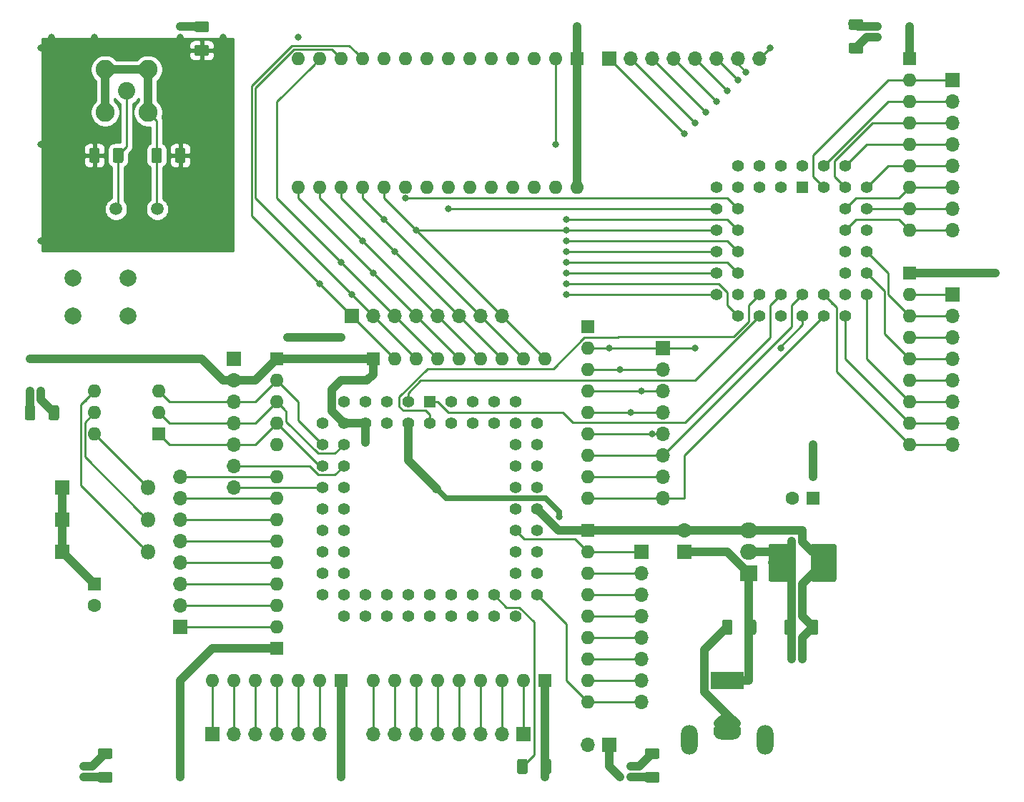
<source format=gbr>
G04 #@! TF.GenerationSoftware,KiCad,Pcbnew,(5.1.2-1)-1*
G04 #@! TF.CreationDate,2021-12-03T18:04:06-05:00*
G04 #@! TF.ProjectId,TMP76C75T,544d5037-3643-4373-9554-2e6b69636164,rev?*
G04 #@! TF.SameCoordinates,Original*
G04 #@! TF.FileFunction,Copper,L1,Top*
G04 #@! TF.FilePolarity,Positive*
%FSLAX46Y46*%
G04 Gerber Fmt 4.6, Leading zero omitted, Abs format (unit mm)*
G04 Created by KiCad (PCBNEW (5.1.2-1)-1) date 2021-12-03 18:04:06*
%MOMM*%
%LPD*%
G04 APERTURE LIST*
%ADD10C,1.422400*%
%ADD11R,1.422400X1.422400*%
%ADD12O,1.700000X1.700000*%
%ADD13R,1.700000X1.700000*%
%ADD14O,1.800000X1.800000*%
%ADD15R,1.800000X1.800000*%
%ADD16C,1.600000*%
%ADD17R,1.600000X1.600000*%
%ADD18C,0.100000*%
%ADD19C,3.025000*%
%ADD20C,1.250000*%
%ADD21O,2.000000X3.500000*%
%ADD22O,3.300000X2.000000*%
%ADD23R,4.000000X2.000000*%
%ADD24O,2.000000X1.905000*%
%ADD25R,2.000000X1.905000*%
%ADD26O,1.600000X1.600000*%
%ADD27C,2.000000*%
%ADD28C,1.500000*%
%ADD29C,2.250000*%
%ADD30C,2.050000*%
%ADD31C,0.800000*%
%ADD32C,0.250000*%
%ADD33C,1.000000*%
%ADD34C,0.700000*%
%ADD35C,0.500000*%
%ADD36C,0.254000*%
G04 APERTURE END LIST*
D10*
X184150000Y-72390000D03*
X184150000Y-74930000D03*
X184150000Y-77470000D03*
X184150000Y-80010000D03*
X184150000Y-82550000D03*
X181610000Y-69850000D03*
X181610000Y-74930000D03*
X181610000Y-77470000D03*
X181610000Y-80010000D03*
X181610000Y-82550000D03*
X181610000Y-85090000D03*
X181610000Y-87630000D03*
X179070000Y-87630000D03*
X176530000Y-87630000D03*
X173990000Y-87630000D03*
X171450000Y-87630000D03*
X168910000Y-87630000D03*
X184150000Y-85090000D03*
X179070000Y-85090000D03*
X176530000Y-85090000D03*
X173990000Y-85090000D03*
X171450000Y-85090000D03*
X168910000Y-85090000D03*
X166370000Y-85090000D03*
X166370000Y-82550000D03*
X166370000Y-80010000D03*
X166370000Y-77470000D03*
X166370000Y-74930000D03*
X166370000Y-72390000D03*
X168910000Y-82550000D03*
X168910000Y-80010000D03*
X168910000Y-77470000D03*
X168910000Y-74930000D03*
X168910000Y-72390000D03*
X179070000Y-69850000D03*
X176530000Y-69850000D03*
X168910000Y-69850000D03*
X171450000Y-69850000D03*
X173990000Y-69850000D03*
X181610000Y-72390000D03*
X179070000Y-72390000D03*
X171450000Y-72390000D03*
X173990000Y-72390000D03*
D11*
X176530000Y-72390000D03*
D12*
X171450000Y-57150000D03*
X168910000Y-57150000D03*
X166370000Y-57150000D03*
X163830000Y-57150000D03*
X161290000Y-57150000D03*
X158750000Y-57150000D03*
X156210000Y-57150000D03*
D13*
X153670000Y-57150000D03*
D10*
X145075199Y-100300000D03*
X145075199Y-102840000D03*
X145075199Y-105380000D03*
X145075199Y-107920000D03*
X145075199Y-110460000D03*
X145075199Y-113000000D03*
X145075199Y-115540000D03*
X145075199Y-118080000D03*
X142535199Y-97760000D03*
X142535199Y-102840000D03*
X142535199Y-105380000D03*
X142535199Y-107920000D03*
X142535199Y-110460000D03*
X142535199Y-113000000D03*
X142535199Y-115540000D03*
X142535199Y-118080000D03*
X142535199Y-120620000D03*
X142535199Y-123160000D03*
X139995199Y-123160000D03*
X137455199Y-123160000D03*
X134915199Y-123160000D03*
X132375199Y-123160000D03*
X129835199Y-123160000D03*
X127295199Y-123160000D03*
X124755199Y-123160000D03*
X122215199Y-123160000D03*
X145075199Y-120620000D03*
X139995199Y-120620000D03*
X137455199Y-120620000D03*
X134915199Y-120620000D03*
X132375199Y-120620000D03*
X129835199Y-120620000D03*
X127295199Y-120620000D03*
X124755199Y-120620000D03*
X122215199Y-120620000D03*
X119675199Y-120620000D03*
X119675199Y-118080000D03*
X119675199Y-115540000D03*
X119675199Y-113000000D03*
X119675199Y-110460000D03*
X119675199Y-107920000D03*
X119675199Y-105380000D03*
X119675199Y-102840000D03*
X119675199Y-100300000D03*
X122215199Y-118080000D03*
X122215199Y-115540000D03*
X122215199Y-113000000D03*
X122215199Y-110460000D03*
X122215199Y-107920000D03*
X122215199Y-105380000D03*
X122215199Y-102840000D03*
X122215199Y-100300000D03*
X139995199Y-97760000D03*
X137455199Y-97760000D03*
X134915199Y-97760000D03*
X122215199Y-97760000D03*
X124755199Y-97760000D03*
X127295199Y-97760000D03*
X129835199Y-97760000D03*
D11*
X132375199Y-97760000D03*
D10*
X142535199Y-100300000D03*
X139995199Y-100300000D03*
X137455199Y-100300000D03*
X134915199Y-100300000D03*
X124755199Y-100300000D03*
X127295199Y-100300000D03*
X129835199Y-100300000D03*
X132375199Y-100300000D03*
D14*
X99060000Y-107950000D03*
D15*
X88900000Y-107950000D03*
D16*
X92710000Y-121880000D03*
D17*
X92710000Y-119380000D03*
D16*
X175300000Y-109220000D03*
D17*
X177800000Y-109220000D03*
D18*
G36*
X180329503Y-114616204D02*
G01*
X180353772Y-114619804D01*
X180377570Y-114625765D01*
X180400670Y-114634030D01*
X180422849Y-114644520D01*
X180443892Y-114657133D01*
X180463598Y-114671748D01*
X180481776Y-114688224D01*
X180498252Y-114706402D01*
X180512867Y-114726108D01*
X180525480Y-114747151D01*
X180535970Y-114769330D01*
X180544235Y-114792430D01*
X180550196Y-114816228D01*
X180553796Y-114840497D01*
X180555000Y-114865001D01*
X180555000Y-118814999D01*
X180553796Y-118839503D01*
X180550196Y-118863772D01*
X180544235Y-118887570D01*
X180535970Y-118910670D01*
X180525480Y-118932849D01*
X180512867Y-118953892D01*
X180498252Y-118973598D01*
X180481776Y-118991776D01*
X180463598Y-119008252D01*
X180443892Y-119022867D01*
X180422849Y-119035480D01*
X180400670Y-119045970D01*
X180377570Y-119054235D01*
X180353772Y-119060196D01*
X180329503Y-119063796D01*
X180304999Y-119065000D01*
X177780001Y-119065000D01*
X177755497Y-119063796D01*
X177731228Y-119060196D01*
X177707430Y-119054235D01*
X177684330Y-119045970D01*
X177662151Y-119035480D01*
X177641108Y-119022867D01*
X177621402Y-119008252D01*
X177603224Y-118991776D01*
X177586748Y-118973598D01*
X177572133Y-118953892D01*
X177559520Y-118932849D01*
X177549030Y-118910670D01*
X177540765Y-118887570D01*
X177534804Y-118863772D01*
X177531204Y-118839503D01*
X177530000Y-118814999D01*
X177530000Y-114865001D01*
X177531204Y-114840497D01*
X177534804Y-114816228D01*
X177540765Y-114792430D01*
X177549030Y-114769330D01*
X177559520Y-114747151D01*
X177572133Y-114726108D01*
X177586748Y-114706402D01*
X177603224Y-114688224D01*
X177621402Y-114671748D01*
X177641108Y-114657133D01*
X177662151Y-114644520D01*
X177684330Y-114634030D01*
X177707430Y-114625765D01*
X177731228Y-114619804D01*
X177755497Y-114616204D01*
X177780001Y-114615000D01*
X180304999Y-114615000D01*
X180329503Y-114616204D01*
X180329503Y-114616204D01*
G37*
D19*
X179042500Y-116840000D03*
D18*
G36*
X175304503Y-114616204D02*
G01*
X175328772Y-114619804D01*
X175352570Y-114625765D01*
X175375670Y-114634030D01*
X175397849Y-114644520D01*
X175418892Y-114657133D01*
X175438598Y-114671748D01*
X175456776Y-114688224D01*
X175473252Y-114706402D01*
X175487867Y-114726108D01*
X175500480Y-114747151D01*
X175510970Y-114769330D01*
X175519235Y-114792430D01*
X175525196Y-114816228D01*
X175528796Y-114840497D01*
X175530000Y-114865001D01*
X175530000Y-118814999D01*
X175528796Y-118839503D01*
X175525196Y-118863772D01*
X175519235Y-118887570D01*
X175510970Y-118910670D01*
X175500480Y-118932849D01*
X175487867Y-118953892D01*
X175473252Y-118973598D01*
X175456776Y-118991776D01*
X175438598Y-119008252D01*
X175418892Y-119022867D01*
X175397849Y-119035480D01*
X175375670Y-119045970D01*
X175352570Y-119054235D01*
X175328772Y-119060196D01*
X175304503Y-119063796D01*
X175279999Y-119065000D01*
X172755001Y-119065000D01*
X172730497Y-119063796D01*
X172706228Y-119060196D01*
X172682430Y-119054235D01*
X172659330Y-119045970D01*
X172637151Y-119035480D01*
X172616108Y-119022867D01*
X172596402Y-119008252D01*
X172578224Y-118991776D01*
X172561748Y-118973598D01*
X172547133Y-118953892D01*
X172534520Y-118932849D01*
X172524030Y-118910670D01*
X172515765Y-118887570D01*
X172509804Y-118863772D01*
X172506204Y-118839503D01*
X172505000Y-118814999D01*
X172505000Y-114865001D01*
X172506204Y-114840497D01*
X172509804Y-114816228D01*
X172515765Y-114792430D01*
X172524030Y-114769330D01*
X172534520Y-114747151D01*
X172547133Y-114726108D01*
X172561748Y-114706402D01*
X172578224Y-114688224D01*
X172596402Y-114671748D01*
X172616108Y-114657133D01*
X172637151Y-114644520D01*
X172659330Y-114634030D01*
X172682430Y-114625765D01*
X172706228Y-114619804D01*
X172730497Y-114616204D01*
X172755001Y-114615000D01*
X175279999Y-114615000D01*
X175304503Y-114616204D01*
X175304503Y-114616204D01*
G37*
D19*
X174017500Y-116840000D03*
D18*
G36*
X146579504Y-140096204D02*
G01*
X146603773Y-140099804D01*
X146627571Y-140105765D01*
X146650671Y-140114030D01*
X146672849Y-140124520D01*
X146693893Y-140137133D01*
X146713598Y-140151747D01*
X146731777Y-140168223D01*
X146748253Y-140186402D01*
X146762867Y-140206107D01*
X146775480Y-140227151D01*
X146785970Y-140249329D01*
X146794235Y-140272429D01*
X146800196Y-140296227D01*
X146803796Y-140320496D01*
X146805000Y-140345000D01*
X146805000Y-141595000D01*
X146803796Y-141619504D01*
X146800196Y-141643773D01*
X146794235Y-141667571D01*
X146785970Y-141690671D01*
X146775480Y-141712849D01*
X146762867Y-141733893D01*
X146748253Y-141753598D01*
X146731777Y-141771777D01*
X146713598Y-141788253D01*
X146693893Y-141802867D01*
X146672849Y-141815480D01*
X146650671Y-141825970D01*
X146627571Y-141834235D01*
X146603773Y-141840196D01*
X146579504Y-141843796D01*
X146555000Y-141845000D01*
X145805000Y-141845000D01*
X145780496Y-141843796D01*
X145756227Y-141840196D01*
X145732429Y-141834235D01*
X145709329Y-141825970D01*
X145687151Y-141815480D01*
X145666107Y-141802867D01*
X145646402Y-141788253D01*
X145628223Y-141771777D01*
X145611747Y-141753598D01*
X145597133Y-141733893D01*
X145584520Y-141712849D01*
X145574030Y-141690671D01*
X145565765Y-141667571D01*
X145559804Y-141643773D01*
X145556204Y-141619504D01*
X145555000Y-141595000D01*
X145555000Y-140345000D01*
X145556204Y-140320496D01*
X145559804Y-140296227D01*
X145565765Y-140272429D01*
X145574030Y-140249329D01*
X145584520Y-140227151D01*
X145597133Y-140206107D01*
X145611747Y-140186402D01*
X145628223Y-140168223D01*
X145646402Y-140151747D01*
X145666107Y-140137133D01*
X145687151Y-140124520D01*
X145709329Y-140114030D01*
X145732429Y-140105765D01*
X145756227Y-140099804D01*
X145780496Y-140096204D01*
X145805000Y-140095000D01*
X146555000Y-140095000D01*
X146579504Y-140096204D01*
X146579504Y-140096204D01*
G37*
D20*
X146180000Y-140970000D03*
D18*
G36*
X143779504Y-140096204D02*
G01*
X143803773Y-140099804D01*
X143827571Y-140105765D01*
X143850671Y-140114030D01*
X143872849Y-140124520D01*
X143893893Y-140137133D01*
X143913598Y-140151747D01*
X143931777Y-140168223D01*
X143948253Y-140186402D01*
X143962867Y-140206107D01*
X143975480Y-140227151D01*
X143985970Y-140249329D01*
X143994235Y-140272429D01*
X144000196Y-140296227D01*
X144003796Y-140320496D01*
X144005000Y-140345000D01*
X144005000Y-141595000D01*
X144003796Y-141619504D01*
X144000196Y-141643773D01*
X143994235Y-141667571D01*
X143985970Y-141690671D01*
X143975480Y-141712849D01*
X143962867Y-141733893D01*
X143948253Y-141753598D01*
X143931777Y-141771777D01*
X143913598Y-141788253D01*
X143893893Y-141802867D01*
X143872849Y-141815480D01*
X143850671Y-141825970D01*
X143827571Y-141834235D01*
X143803773Y-141840196D01*
X143779504Y-141843796D01*
X143755000Y-141845000D01*
X143005000Y-141845000D01*
X142980496Y-141843796D01*
X142956227Y-141840196D01*
X142932429Y-141834235D01*
X142909329Y-141825970D01*
X142887151Y-141815480D01*
X142866107Y-141802867D01*
X142846402Y-141788253D01*
X142828223Y-141771777D01*
X142811747Y-141753598D01*
X142797133Y-141733893D01*
X142784520Y-141712849D01*
X142774030Y-141690671D01*
X142765765Y-141667571D01*
X142759804Y-141643773D01*
X142756204Y-141619504D01*
X142755000Y-141595000D01*
X142755000Y-140345000D01*
X142756204Y-140320496D01*
X142759804Y-140296227D01*
X142765765Y-140272429D01*
X142774030Y-140249329D01*
X142784520Y-140227151D01*
X142797133Y-140206107D01*
X142811747Y-140186402D01*
X142828223Y-140168223D01*
X142846402Y-140151747D01*
X142866107Y-140137133D01*
X142887151Y-140124520D01*
X142909329Y-140114030D01*
X142932429Y-140105765D01*
X142956227Y-140099804D01*
X142980496Y-140096204D01*
X143005000Y-140095000D01*
X143755000Y-140095000D01*
X143779504Y-140096204D01*
X143779504Y-140096204D01*
G37*
D20*
X143380000Y-140970000D03*
D18*
G36*
X159399504Y-141616204D02*
G01*
X159423773Y-141619804D01*
X159447571Y-141625765D01*
X159470671Y-141634030D01*
X159492849Y-141644520D01*
X159513893Y-141657133D01*
X159533598Y-141671747D01*
X159551777Y-141688223D01*
X159568253Y-141706402D01*
X159582867Y-141726107D01*
X159595480Y-141747151D01*
X159605970Y-141769329D01*
X159614235Y-141792429D01*
X159620196Y-141816227D01*
X159623796Y-141840496D01*
X159625000Y-141865000D01*
X159625000Y-142615000D01*
X159623796Y-142639504D01*
X159620196Y-142663773D01*
X159614235Y-142687571D01*
X159605970Y-142710671D01*
X159595480Y-142732849D01*
X159582867Y-142753893D01*
X159568253Y-142773598D01*
X159551777Y-142791777D01*
X159533598Y-142808253D01*
X159513893Y-142822867D01*
X159492849Y-142835480D01*
X159470671Y-142845970D01*
X159447571Y-142854235D01*
X159423773Y-142860196D01*
X159399504Y-142863796D01*
X159375000Y-142865000D01*
X158125000Y-142865000D01*
X158100496Y-142863796D01*
X158076227Y-142860196D01*
X158052429Y-142854235D01*
X158029329Y-142845970D01*
X158007151Y-142835480D01*
X157986107Y-142822867D01*
X157966402Y-142808253D01*
X157948223Y-142791777D01*
X157931747Y-142773598D01*
X157917133Y-142753893D01*
X157904520Y-142732849D01*
X157894030Y-142710671D01*
X157885765Y-142687571D01*
X157879804Y-142663773D01*
X157876204Y-142639504D01*
X157875000Y-142615000D01*
X157875000Y-141865000D01*
X157876204Y-141840496D01*
X157879804Y-141816227D01*
X157885765Y-141792429D01*
X157894030Y-141769329D01*
X157904520Y-141747151D01*
X157917133Y-141726107D01*
X157931747Y-141706402D01*
X157948223Y-141688223D01*
X157966402Y-141671747D01*
X157986107Y-141657133D01*
X158007151Y-141644520D01*
X158029329Y-141634030D01*
X158052429Y-141625765D01*
X158076227Y-141619804D01*
X158100496Y-141616204D01*
X158125000Y-141615000D01*
X159375000Y-141615000D01*
X159399504Y-141616204D01*
X159399504Y-141616204D01*
G37*
D20*
X158750000Y-142240000D03*
D18*
G36*
X159399504Y-138816204D02*
G01*
X159423773Y-138819804D01*
X159447571Y-138825765D01*
X159470671Y-138834030D01*
X159492849Y-138844520D01*
X159513893Y-138857133D01*
X159533598Y-138871747D01*
X159551777Y-138888223D01*
X159568253Y-138906402D01*
X159582867Y-138926107D01*
X159595480Y-138947151D01*
X159605970Y-138969329D01*
X159614235Y-138992429D01*
X159620196Y-139016227D01*
X159623796Y-139040496D01*
X159625000Y-139065000D01*
X159625000Y-139815000D01*
X159623796Y-139839504D01*
X159620196Y-139863773D01*
X159614235Y-139887571D01*
X159605970Y-139910671D01*
X159595480Y-139932849D01*
X159582867Y-139953893D01*
X159568253Y-139973598D01*
X159551777Y-139991777D01*
X159533598Y-140008253D01*
X159513893Y-140022867D01*
X159492849Y-140035480D01*
X159470671Y-140045970D01*
X159447571Y-140054235D01*
X159423773Y-140060196D01*
X159399504Y-140063796D01*
X159375000Y-140065000D01*
X158125000Y-140065000D01*
X158100496Y-140063796D01*
X158076227Y-140060196D01*
X158052429Y-140054235D01*
X158029329Y-140045970D01*
X158007151Y-140035480D01*
X157986107Y-140022867D01*
X157966402Y-140008253D01*
X157948223Y-139991777D01*
X157931747Y-139973598D01*
X157917133Y-139953893D01*
X157904520Y-139932849D01*
X157894030Y-139910671D01*
X157885765Y-139887571D01*
X157879804Y-139863773D01*
X157876204Y-139839504D01*
X157875000Y-139815000D01*
X157875000Y-139065000D01*
X157876204Y-139040496D01*
X157879804Y-139016227D01*
X157885765Y-138992429D01*
X157894030Y-138969329D01*
X157904520Y-138947151D01*
X157917133Y-138926107D01*
X157931747Y-138906402D01*
X157948223Y-138888223D01*
X157966402Y-138871747D01*
X157986107Y-138857133D01*
X158007151Y-138844520D01*
X158029329Y-138834030D01*
X158052429Y-138825765D01*
X158076227Y-138819804D01*
X158100496Y-138816204D01*
X158125000Y-138815000D01*
X159375000Y-138815000D01*
X159399504Y-138816204D01*
X159399504Y-138816204D01*
G37*
D20*
X158750000Y-139440000D03*
D21*
X172140000Y-137810000D03*
X163140000Y-137810000D03*
D22*
X167640000Y-136810000D03*
D23*
X167640000Y-130810000D03*
D12*
X162560000Y-113030000D03*
D13*
X162560000Y-115570000D03*
D24*
X170180000Y-113030000D03*
X170180000Y-115570000D03*
D25*
X170180000Y-118110000D03*
D18*
G36*
X170839504Y-123586204D02*
G01*
X170863773Y-123589804D01*
X170887571Y-123595765D01*
X170910671Y-123604030D01*
X170932849Y-123614520D01*
X170953893Y-123627133D01*
X170973598Y-123641747D01*
X170991777Y-123658223D01*
X171008253Y-123676402D01*
X171022867Y-123696107D01*
X171035480Y-123717151D01*
X171045970Y-123739329D01*
X171054235Y-123762429D01*
X171060196Y-123786227D01*
X171063796Y-123810496D01*
X171065000Y-123835000D01*
X171065000Y-125085000D01*
X171063796Y-125109504D01*
X171060196Y-125133773D01*
X171054235Y-125157571D01*
X171045970Y-125180671D01*
X171035480Y-125202849D01*
X171022867Y-125223893D01*
X171008253Y-125243598D01*
X170991777Y-125261777D01*
X170973598Y-125278253D01*
X170953893Y-125292867D01*
X170932849Y-125305480D01*
X170910671Y-125315970D01*
X170887571Y-125324235D01*
X170863773Y-125330196D01*
X170839504Y-125333796D01*
X170815000Y-125335000D01*
X170065000Y-125335000D01*
X170040496Y-125333796D01*
X170016227Y-125330196D01*
X169992429Y-125324235D01*
X169969329Y-125315970D01*
X169947151Y-125305480D01*
X169926107Y-125292867D01*
X169906402Y-125278253D01*
X169888223Y-125261777D01*
X169871747Y-125243598D01*
X169857133Y-125223893D01*
X169844520Y-125202849D01*
X169834030Y-125180671D01*
X169825765Y-125157571D01*
X169819804Y-125133773D01*
X169816204Y-125109504D01*
X169815000Y-125085000D01*
X169815000Y-123835000D01*
X169816204Y-123810496D01*
X169819804Y-123786227D01*
X169825765Y-123762429D01*
X169834030Y-123739329D01*
X169844520Y-123717151D01*
X169857133Y-123696107D01*
X169871747Y-123676402D01*
X169888223Y-123658223D01*
X169906402Y-123641747D01*
X169926107Y-123627133D01*
X169947151Y-123614520D01*
X169969329Y-123604030D01*
X169992429Y-123595765D01*
X170016227Y-123589804D01*
X170040496Y-123586204D01*
X170065000Y-123585000D01*
X170815000Y-123585000D01*
X170839504Y-123586204D01*
X170839504Y-123586204D01*
G37*
D20*
X170440000Y-124460000D03*
D18*
G36*
X168039504Y-123586204D02*
G01*
X168063773Y-123589804D01*
X168087571Y-123595765D01*
X168110671Y-123604030D01*
X168132849Y-123614520D01*
X168153893Y-123627133D01*
X168173598Y-123641747D01*
X168191777Y-123658223D01*
X168208253Y-123676402D01*
X168222867Y-123696107D01*
X168235480Y-123717151D01*
X168245970Y-123739329D01*
X168254235Y-123762429D01*
X168260196Y-123786227D01*
X168263796Y-123810496D01*
X168265000Y-123835000D01*
X168265000Y-125085000D01*
X168263796Y-125109504D01*
X168260196Y-125133773D01*
X168254235Y-125157571D01*
X168245970Y-125180671D01*
X168235480Y-125202849D01*
X168222867Y-125223893D01*
X168208253Y-125243598D01*
X168191777Y-125261777D01*
X168173598Y-125278253D01*
X168153893Y-125292867D01*
X168132849Y-125305480D01*
X168110671Y-125315970D01*
X168087571Y-125324235D01*
X168063773Y-125330196D01*
X168039504Y-125333796D01*
X168015000Y-125335000D01*
X167265000Y-125335000D01*
X167240496Y-125333796D01*
X167216227Y-125330196D01*
X167192429Y-125324235D01*
X167169329Y-125315970D01*
X167147151Y-125305480D01*
X167126107Y-125292867D01*
X167106402Y-125278253D01*
X167088223Y-125261777D01*
X167071747Y-125243598D01*
X167057133Y-125223893D01*
X167044520Y-125202849D01*
X167034030Y-125180671D01*
X167025765Y-125157571D01*
X167019804Y-125133773D01*
X167016204Y-125109504D01*
X167015000Y-125085000D01*
X167015000Y-123835000D01*
X167016204Y-123810496D01*
X167019804Y-123786227D01*
X167025765Y-123762429D01*
X167034030Y-123739329D01*
X167044520Y-123717151D01*
X167057133Y-123696107D01*
X167071747Y-123676402D01*
X167088223Y-123658223D01*
X167106402Y-123641747D01*
X167126107Y-123627133D01*
X167147151Y-123614520D01*
X167169329Y-123604030D01*
X167192429Y-123595765D01*
X167216227Y-123589804D01*
X167240496Y-123586204D01*
X167265000Y-123585000D01*
X168015000Y-123585000D01*
X168039504Y-123586204D01*
X168039504Y-123586204D01*
G37*
D20*
X167640000Y-124460000D03*
D12*
X151130000Y-138430000D03*
D13*
X153670000Y-138430000D03*
D26*
X92710000Y-101600000D03*
X100330000Y-96520000D03*
X92710000Y-99060000D03*
X100330000Y-99060000D03*
X92710000Y-96520000D03*
D17*
X100330000Y-101600000D03*
D14*
X99060000Y-115570000D03*
D15*
X88900000Y-115570000D03*
D14*
X99060000Y-111760000D03*
D15*
X88900000Y-111760000D03*
D18*
G36*
X94629504Y-141616204D02*
G01*
X94653773Y-141619804D01*
X94677571Y-141625765D01*
X94700671Y-141634030D01*
X94722849Y-141644520D01*
X94743893Y-141657133D01*
X94763598Y-141671747D01*
X94781777Y-141688223D01*
X94798253Y-141706402D01*
X94812867Y-141726107D01*
X94825480Y-141747151D01*
X94835970Y-141769329D01*
X94844235Y-141792429D01*
X94850196Y-141816227D01*
X94853796Y-141840496D01*
X94855000Y-141865000D01*
X94855000Y-142615000D01*
X94853796Y-142639504D01*
X94850196Y-142663773D01*
X94844235Y-142687571D01*
X94835970Y-142710671D01*
X94825480Y-142732849D01*
X94812867Y-142753893D01*
X94798253Y-142773598D01*
X94781777Y-142791777D01*
X94763598Y-142808253D01*
X94743893Y-142822867D01*
X94722849Y-142835480D01*
X94700671Y-142845970D01*
X94677571Y-142854235D01*
X94653773Y-142860196D01*
X94629504Y-142863796D01*
X94605000Y-142865000D01*
X93355000Y-142865000D01*
X93330496Y-142863796D01*
X93306227Y-142860196D01*
X93282429Y-142854235D01*
X93259329Y-142845970D01*
X93237151Y-142835480D01*
X93216107Y-142822867D01*
X93196402Y-142808253D01*
X93178223Y-142791777D01*
X93161747Y-142773598D01*
X93147133Y-142753893D01*
X93134520Y-142732849D01*
X93124030Y-142710671D01*
X93115765Y-142687571D01*
X93109804Y-142663773D01*
X93106204Y-142639504D01*
X93105000Y-142615000D01*
X93105000Y-141865000D01*
X93106204Y-141840496D01*
X93109804Y-141816227D01*
X93115765Y-141792429D01*
X93124030Y-141769329D01*
X93134520Y-141747151D01*
X93147133Y-141726107D01*
X93161747Y-141706402D01*
X93178223Y-141688223D01*
X93196402Y-141671747D01*
X93216107Y-141657133D01*
X93237151Y-141644520D01*
X93259329Y-141634030D01*
X93282429Y-141625765D01*
X93306227Y-141619804D01*
X93330496Y-141616204D01*
X93355000Y-141615000D01*
X94605000Y-141615000D01*
X94629504Y-141616204D01*
X94629504Y-141616204D01*
G37*
D20*
X93980000Y-142240000D03*
D18*
G36*
X94629504Y-138816204D02*
G01*
X94653773Y-138819804D01*
X94677571Y-138825765D01*
X94700671Y-138834030D01*
X94722849Y-138844520D01*
X94743893Y-138857133D01*
X94763598Y-138871747D01*
X94781777Y-138888223D01*
X94798253Y-138906402D01*
X94812867Y-138926107D01*
X94825480Y-138947151D01*
X94835970Y-138969329D01*
X94844235Y-138992429D01*
X94850196Y-139016227D01*
X94853796Y-139040496D01*
X94855000Y-139065000D01*
X94855000Y-139815000D01*
X94853796Y-139839504D01*
X94850196Y-139863773D01*
X94844235Y-139887571D01*
X94835970Y-139910671D01*
X94825480Y-139932849D01*
X94812867Y-139953893D01*
X94798253Y-139973598D01*
X94781777Y-139991777D01*
X94763598Y-140008253D01*
X94743893Y-140022867D01*
X94722849Y-140035480D01*
X94700671Y-140045970D01*
X94677571Y-140054235D01*
X94653773Y-140060196D01*
X94629504Y-140063796D01*
X94605000Y-140065000D01*
X93355000Y-140065000D01*
X93330496Y-140063796D01*
X93306227Y-140060196D01*
X93282429Y-140054235D01*
X93259329Y-140045970D01*
X93237151Y-140035480D01*
X93216107Y-140022867D01*
X93196402Y-140008253D01*
X93178223Y-139991777D01*
X93161747Y-139973598D01*
X93147133Y-139953893D01*
X93134520Y-139932849D01*
X93124030Y-139910671D01*
X93115765Y-139887571D01*
X93109804Y-139863773D01*
X93106204Y-139839504D01*
X93105000Y-139815000D01*
X93105000Y-139065000D01*
X93106204Y-139040496D01*
X93109804Y-139016227D01*
X93115765Y-138992429D01*
X93124030Y-138969329D01*
X93134520Y-138947151D01*
X93147133Y-138926107D01*
X93161747Y-138906402D01*
X93178223Y-138888223D01*
X93196402Y-138871747D01*
X93216107Y-138857133D01*
X93237151Y-138844520D01*
X93259329Y-138834030D01*
X93282429Y-138825765D01*
X93306227Y-138819804D01*
X93330496Y-138816204D01*
X93355000Y-138815000D01*
X94605000Y-138815000D01*
X94629504Y-138816204D01*
X94629504Y-138816204D01*
G37*
D20*
X93980000Y-139440000D03*
D18*
G36*
X85489504Y-98186204D02*
G01*
X85513773Y-98189804D01*
X85537571Y-98195765D01*
X85560671Y-98204030D01*
X85582849Y-98214520D01*
X85603893Y-98227133D01*
X85623598Y-98241747D01*
X85641777Y-98258223D01*
X85658253Y-98276402D01*
X85672867Y-98296107D01*
X85685480Y-98317151D01*
X85695970Y-98339329D01*
X85704235Y-98362429D01*
X85710196Y-98386227D01*
X85713796Y-98410496D01*
X85715000Y-98435000D01*
X85715000Y-99685000D01*
X85713796Y-99709504D01*
X85710196Y-99733773D01*
X85704235Y-99757571D01*
X85695970Y-99780671D01*
X85685480Y-99802849D01*
X85672867Y-99823893D01*
X85658253Y-99843598D01*
X85641777Y-99861777D01*
X85623598Y-99878253D01*
X85603893Y-99892867D01*
X85582849Y-99905480D01*
X85560671Y-99915970D01*
X85537571Y-99924235D01*
X85513773Y-99930196D01*
X85489504Y-99933796D01*
X85465000Y-99935000D01*
X84715000Y-99935000D01*
X84690496Y-99933796D01*
X84666227Y-99930196D01*
X84642429Y-99924235D01*
X84619329Y-99915970D01*
X84597151Y-99905480D01*
X84576107Y-99892867D01*
X84556402Y-99878253D01*
X84538223Y-99861777D01*
X84521747Y-99843598D01*
X84507133Y-99823893D01*
X84494520Y-99802849D01*
X84484030Y-99780671D01*
X84475765Y-99757571D01*
X84469804Y-99733773D01*
X84466204Y-99709504D01*
X84465000Y-99685000D01*
X84465000Y-98435000D01*
X84466204Y-98410496D01*
X84469804Y-98386227D01*
X84475765Y-98362429D01*
X84484030Y-98339329D01*
X84494520Y-98317151D01*
X84507133Y-98296107D01*
X84521747Y-98276402D01*
X84538223Y-98258223D01*
X84556402Y-98241747D01*
X84576107Y-98227133D01*
X84597151Y-98214520D01*
X84619329Y-98204030D01*
X84642429Y-98195765D01*
X84666227Y-98189804D01*
X84690496Y-98186204D01*
X84715000Y-98185000D01*
X85465000Y-98185000D01*
X85489504Y-98186204D01*
X85489504Y-98186204D01*
G37*
D20*
X85090000Y-99060000D03*
D18*
G36*
X88289504Y-98186204D02*
G01*
X88313773Y-98189804D01*
X88337571Y-98195765D01*
X88360671Y-98204030D01*
X88382849Y-98214520D01*
X88403893Y-98227133D01*
X88423598Y-98241747D01*
X88441777Y-98258223D01*
X88458253Y-98276402D01*
X88472867Y-98296107D01*
X88485480Y-98317151D01*
X88495970Y-98339329D01*
X88504235Y-98362429D01*
X88510196Y-98386227D01*
X88513796Y-98410496D01*
X88515000Y-98435000D01*
X88515000Y-99685000D01*
X88513796Y-99709504D01*
X88510196Y-99733773D01*
X88504235Y-99757571D01*
X88495970Y-99780671D01*
X88485480Y-99802849D01*
X88472867Y-99823893D01*
X88458253Y-99843598D01*
X88441777Y-99861777D01*
X88423598Y-99878253D01*
X88403893Y-99892867D01*
X88382849Y-99905480D01*
X88360671Y-99915970D01*
X88337571Y-99924235D01*
X88313773Y-99930196D01*
X88289504Y-99933796D01*
X88265000Y-99935000D01*
X87515000Y-99935000D01*
X87490496Y-99933796D01*
X87466227Y-99930196D01*
X87442429Y-99924235D01*
X87419329Y-99915970D01*
X87397151Y-99905480D01*
X87376107Y-99892867D01*
X87356402Y-99878253D01*
X87338223Y-99861777D01*
X87321747Y-99843598D01*
X87307133Y-99823893D01*
X87294520Y-99802849D01*
X87284030Y-99780671D01*
X87275765Y-99757571D01*
X87269804Y-99733773D01*
X87266204Y-99709504D01*
X87265000Y-99685000D01*
X87265000Y-98435000D01*
X87266204Y-98410496D01*
X87269804Y-98386227D01*
X87275765Y-98362429D01*
X87284030Y-98339329D01*
X87294520Y-98317151D01*
X87307133Y-98296107D01*
X87321747Y-98276402D01*
X87338223Y-98258223D01*
X87356402Y-98241747D01*
X87376107Y-98227133D01*
X87397151Y-98214520D01*
X87419329Y-98204030D01*
X87442429Y-98195765D01*
X87466227Y-98189804D01*
X87490496Y-98186204D01*
X87515000Y-98185000D01*
X88265000Y-98185000D01*
X88289504Y-98186204D01*
X88289504Y-98186204D01*
G37*
D20*
X87890000Y-99060000D03*
D18*
G36*
X106059504Y-52716204D02*
G01*
X106083773Y-52719804D01*
X106107571Y-52725765D01*
X106130671Y-52734030D01*
X106152849Y-52744520D01*
X106173893Y-52757133D01*
X106193598Y-52771747D01*
X106211777Y-52788223D01*
X106228253Y-52806402D01*
X106242867Y-52826107D01*
X106255480Y-52847151D01*
X106265970Y-52869329D01*
X106274235Y-52892429D01*
X106280196Y-52916227D01*
X106283796Y-52940496D01*
X106285000Y-52965000D01*
X106285000Y-53715000D01*
X106283796Y-53739504D01*
X106280196Y-53763773D01*
X106274235Y-53787571D01*
X106265970Y-53810671D01*
X106255480Y-53832849D01*
X106242867Y-53853893D01*
X106228253Y-53873598D01*
X106211777Y-53891777D01*
X106193598Y-53908253D01*
X106173893Y-53922867D01*
X106152849Y-53935480D01*
X106130671Y-53945970D01*
X106107571Y-53954235D01*
X106083773Y-53960196D01*
X106059504Y-53963796D01*
X106035000Y-53965000D01*
X104785000Y-53965000D01*
X104760496Y-53963796D01*
X104736227Y-53960196D01*
X104712429Y-53954235D01*
X104689329Y-53945970D01*
X104667151Y-53935480D01*
X104646107Y-53922867D01*
X104626402Y-53908253D01*
X104608223Y-53891777D01*
X104591747Y-53873598D01*
X104577133Y-53853893D01*
X104564520Y-53832849D01*
X104554030Y-53810671D01*
X104545765Y-53787571D01*
X104539804Y-53763773D01*
X104536204Y-53739504D01*
X104535000Y-53715000D01*
X104535000Y-52965000D01*
X104536204Y-52940496D01*
X104539804Y-52916227D01*
X104545765Y-52892429D01*
X104554030Y-52869329D01*
X104564520Y-52847151D01*
X104577133Y-52826107D01*
X104591747Y-52806402D01*
X104608223Y-52788223D01*
X104626402Y-52771747D01*
X104646107Y-52757133D01*
X104667151Y-52744520D01*
X104689329Y-52734030D01*
X104712429Y-52725765D01*
X104736227Y-52719804D01*
X104760496Y-52716204D01*
X104785000Y-52715000D01*
X106035000Y-52715000D01*
X106059504Y-52716204D01*
X106059504Y-52716204D01*
G37*
D20*
X105410000Y-53340000D03*
D18*
G36*
X106059504Y-55516204D02*
G01*
X106083773Y-55519804D01*
X106107571Y-55525765D01*
X106130671Y-55534030D01*
X106152849Y-55544520D01*
X106173893Y-55557133D01*
X106193598Y-55571747D01*
X106211777Y-55588223D01*
X106228253Y-55606402D01*
X106242867Y-55626107D01*
X106255480Y-55647151D01*
X106265970Y-55669329D01*
X106274235Y-55692429D01*
X106280196Y-55716227D01*
X106283796Y-55740496D01*
X106285000Y-55765000D01*
X106285000Y-56515000D01*
X106283796Y-56539504D01*
X106280196Y-56563773D01*
X106274235Y-56587571D01*
X106265970Y-56610671D01*
X106255480Y-56632849D01*
X106242867Y-56653893D01*
X106228253Y-56673598D01*
X106211777Y-56691777D01*
X106193598Y-56708253D01*
X106173893Y-56722867D01*
X106152849Y-56735480D01*
X106130671Y-56745970D01*
X106107571Y-56754235D01*
X106083773Y-56760196D01*
X106059504Y-56763796D01*
X106035000Y-56765000D01*
X104785000Y-56765000D01*
X104760496Y-56763796D01*
X104736227Y-56760196D01*
X104712429Y-56754235D01*
X104689329Y-56745970D01*
X104667151Y-56735480D01*
X104646107Y-56722867D01*
X104626402Y-56708253D01*
X104608223Y-56691777D01*
X104591747Y-56673598D01*
X104577133Y-56653893D01*
X104564520Y-56632849D01*
X104554030Y-56610671D01*
X104545765Y-56587571D01*
X104539804Y-56563773D01*
X104536204Y-56539504D01*
X104535000Y-56515000D01*
X104535000Y-55765000D01*
X104536204Y-55740496D01*
X104539804Y-55716227D01*
X104545765Y-55692429D01*
X104554030Y-55669329D01*
X104564520Y-55647151D01*
X104577133Y-55626107D01*
X104591747Y-55606402D01*
X104608223Y-55588223D01*
X104626402Y-55571747D01*
X104646107Y-55557133D01*
X104667151Y-55544520D01*
X104689329Y-55534030D01*
X104712429Y-55525765D01*
X104736227Y-55519804D01*
X104760496Y-55516204D01*
X104785000Y-55515000D01*
X106035000Y-55515000D01*
X106059504Y-55516204D01*
X106059504Y-55516204D01*
G37*
D20*
X105410000Y-56140000D03*
D18*
G36*
X183529504Y-52456204D02*
G01*
X183553773Y-52459804D01*
X183577571Y-52465765D01*
X183600671Y-52474030D01*
X183622849Y-52484520D01*
X183643893Y-52497133D01*
X183663598Y-52511747D01*
X183681777Y-52528223D01*
X183698253Y-52546402D01*
X183712867Y-52566107D01*
X183725480Y-52587151D01*
X183735970Y-52609329D01*
X183744235Y-52632429D01*
X183750196Y-52656227D01*
X183753796Y-52680496D01*
X183755000Y-52705000D01*
X183755000Y-53455000D01*
X183753796Y-53479504D01*
X183750196Y-53503773D01*
X183744235Y-53527571D01*
X183735970Y-53550671D01*
X183725480Y-53572849D01*
X183712867Y-53593893D01*
X183698253Y-53613598D01*
X183681777Y-53631777D01*
X183663598Y-53648253D01*
X183643893Y-53662867D01*
X183622849Y-53675480D01*
X183600671Y-53685970D01*
X183577571Y-53694235D01*
X183553773Y-53700196D01*
X183529504Y-53703796D01*
X183505000Y-53705000D01*
X182255000Y-53705000D01*
X182230496Y-53703796D01*
X182206227Y-53700196D01*
X182182429Y-53694235D01*
X182159329Y-53685970D01*
X182137151Y-53675480D01*
X182116107Y-53662867D01*
X182096402Y-53648253D01*
X182078223Y-53631777D01*
X182061747Y-53613598D01*
X182047133Y-53593893D01*
X182034520Y-53572849D01*
X182024030Y-53550671D01*
X182015765Y-53527571D01*
X182009804Y-53503773D01*
X182006204Y-53479504D01*
X182005000Y-53455000D01*
X182005000Y-52705000D01*
X182006204Y-52680496D01*
X182009804Y-52656227D01*
X182015765Y-52632429D01*
X182024030Y-52609329D01*
X182034520Y-52587151D01*
X182047133Y-52566107D01*
X182061747Y-52546402D01*
X182078223Y-52528223D01*
X182096402Y-52511747D01*
X182116107Y-52497133D01*
X182137151Y-52484520D01*
X182159329Y-52474030D01*
X182182429Y-52465765D01*
X182206227Y-52459804D01*
X182230496Y-52456204D01*
X182255000Y-52455000D01*
X183505000Y-52455000D01*
X183529504Y-52456204D01*
X183529504Y-52456204D01*
G37*
D20*
X182880000Y-53080000D03*
D18*
G36*
X183529504Y-55256204D02*
G01*
X183553773Y-55259804D01*
X183577571Y-55265765D01*
X183600671Y-55274030D01*
X183622849Y-55284520D01*
X183643893Y-55297133D01*
X183663598Y-55311747D01*
X183681777Y-55328223D01*
X183698253Y-55346402D01*
X183712867Y-55366107D01*
X183725480Y-55387151D01*
X183735970Y-55409329D01*
X183744235Y-55432429D01*
X183750196Y-55456227D01*
X183753796Y-55480496D01*
X183755000Y-55505000D01*
X183755000Y-56255000D01*
X183753796Y-56279504D01*
X183750196Y-56303773D01*
X183744235Y-56327571D01*
X183735970Y-56350671D01*
X183725480Y-56372849D01*
X183712867Y-56393893D01*
X183698253Y-56413598D01*
X183681777Y-56431777D01*
X183663598Y-56448253D01*
X183643893Y-56462867D01*
X183622849Y-56475480D01*
X183600671Y-56485970D01*
X183577571Y-56494235D01*
X183553773Y-56500196D01*
X183529504Y-56503796D01*
X183505000Y-56505000D01*
X182255000Y-56505000D01*
X182230496Y-56503796D01*
X182206227Y-56500196D01*
X182182429Y-56494235D01*
X182159329Y-56485970D01*
X182137151Y-56475480D01*
X182116107Y-56462867D01*
X182096402Y-56448253D01*
X182078223Y-56431777D01*
X182061747Y-56413598D01*
X182047133Y-56393893D01*
X182034520Y-56372849D01*
X182024030Y-56350671D01*
X182015765Y-56327571D01*
X182009804Y-56303773D01*
X182006204Y-56279504D01*
X182005000Y-56255000D01*
X182005000Y-55505000D01*
X182006204Y-55480496D01*
X182009804Y-55456227D01*
X182015765Y-55432429D01*
X182024030Y-55409329D01*
X182034520Y-55387151D01*
X182047133Y-55366107D01*
X182061747Y-55346402D01*
X182078223Y-55328223D01*
X182096402Y-55311747D01*
X182116107Y-55297133D01*
X182137151Y-55284520D01*
X182159329Y-55274030D01*
X182182429Y-55265765D01*
X182206227Y-55259804D01*
X182230496Y-55256204D01*
X182255000Y-55255000D01*
X183505000Y-55255000D01*
X183529504Y-55256204D01*
X183529504Y-55256204D01*
G37*
D20*
X182880000Y-55880000D03*
D18*
G36*
X178199504Y-123586204D02*
G01*
X178223773Y-123589804D01*
X178247571Y-123595765D01*
X178270671Y-123604030D01*
X178292849Y-123614520D01*
X178313893Y-123627133D01*
X178333598Y-123641747D01*
X178351777Y-123658223D01*
X178368253Y-123676402D01*
X178382867Y-123696107D01*
X178395480Y-123717151D01*
X178405970Y-123739329D01*
X178414235Y-123762429D01*
X178420196Y-123786227D01*
X178423796Y-123810496D01*
X178425000Y-123835000D01*
X178425000Y-125085000D01*
X178423796Y-125109504D01*
X178420196Y-125133773D01*
X178414235Y-125157571D01*
X178405970Y-125180671D01*
X178395480Y-125202849D01*
X178382867Y-125223893D01*
X178368253Y-125243598D01*
X178351777Y-125261777D01*
X178333598Y-125278253D01*
X178313893Y-125292867D01*
X178292849Y-125305480D01*
X178270671Y-125315970D01*
X178247571Y-125324235D01*
X178223773Y-125330196D01*
X178199504Y-125333796D01*
X178175000Y-125335000D01*
X177425000Y-125335000D01*
X177400496Y-125333796D01*
X177376227Y-125330196D01*
X177352429Y-125324235D01*
X177329329Y-125315970D01*
X177307151Y-125305480D01*
X177286107Y-125292867D01*
X177266402Y-125278253D01*
X177248223Y-125261777D01*
X177231747Y-125243598D01*
X177217133Y-125223893D01*
X177204520Y-125202849D01*
X177194030Y-125180671D01*
X177185765Y-125157571D01*
X177179804Y-125133773D01*
X177176204Y-125109504D01*
X177175000Y-125085000D01*
X177175000Y-123835000D01*
X177176204Y-123810496D01*
X177179804Y-123786227D01*
X177185765Y-123762429D01*
X177194030Y-123739329D01*
X177204520Y-123717151D01*
X177217133Y-123696107D01*
X177231747Y-123676402D01*
X177248223Y-123658223D01*
X177266402Y-123641747D01*
X177286107Y-123627133D01*
X177307151Y-123614520D01*
X177329329Y-123604030D01*
X177352429Y-123595765D01*
X177376227Y-123589804D01*
X177400496Y-123586204D01*
X177425000Y-123585000D01*
X178175000Y-123585000D01*
X178199504Y-123586204D01*
X178199504Y-123586204D01*
G37*
D20*
X177800000Y-124460000D03*
D18*
G36*
X175399504Y-123586204D02*
G01*
X175423773Y-123589804D01*
X175447571Y-123595765D01*
X175470671Y-123604030D01*
X175492849Y-123614520D01*
X175513893Y-123627133D01*
X175533598Y-123641747D01*
X175551777Y-123658223D01*
X175568253Y-123676402D01*
X175582867Y-123696107D01*
X175595480Y-123717151D01*
X175605970Y-123739329D01*
X175614235Y-123762429D01*
X175620196Y-123786227D01*
X175623796Y-123810496D01*
X175625000Y-123835000D01*
X175625000Y-125085000D01*
X175623796Y-125109504D01*
X175620196Y-125133773D01*
X175614235Y-125157571D01*
X175605970Y-125180671D01*
X175595480Y-125202849D01*
X175582867Y-125223893D01*
X175568253Y-125243598D01*
X175551777Y-125261777D01*
X175533598Y-125278253D01*
X175513893Y-125292867D01*
X175492849Y-125305480D01*
X175470671Y-125315970D01*
X175447571Y-125324235D01*
X175423773Y-125330196D01*
X175399504Y-125333796D01*
X175375000Y-125335000D01*
X174625000Y-125335000D01*
X174600496Y-125333796D01*
X174576227Y-125330196D01*
X174552429Y-125324235D01*
X174529329Y-125315970D01*
X174507151Y-125305480D01*
X174486107Y-125292867D01*
X174466402Y-125278253D01*
X174448223Y-125261777D01*
X174431747Y-125243598D01*
X174417133Y-125223893D01*
X174404520Y-125202849D01*
X174394030Y-125180671D01*
X174385765Y-125157571D01*
X174379804Y-125133773D01*
X174376204Y-125109504D01*
X174375000Y-125085000D01*
X174375000Y-123835000D01*
X174376204Y-123810496D01*
X174379804Y-123786227D01*
X174385765Y-123762429D01*
X174394030Y-123739329D01*
X174404520Y-123717151D01*
X174417133Y-123696107D01*
X174431747Y-123676402D01*
X174448223Y-123658223D01*
X174466402Y-123641747D01*
X174486107Y-123627133D01*
X174507151Y-123614520D01*
X174529329Y-123604030D01*
X174552429Y-123595765D01*
X174576227Y-123589804D01*
X174600496Y-123586204D01*
X174625000Y-123585000D01*
X175375000Y-123585000D01*
X175399504Y-123586204D01*
X175399504Y-123586204D01*
G37*
D20*
X175000000Y-124460000D03*
D27*
X96670000Y-83130000D03*
X96670000Y-87630000D03*
X90170000Y-83130000D03*
X90170000Y-87630000D03*
D28*
X100150000Y-74930000D03*
X95250000Y-74930000D03*
D18*
G36*
X93109504Y-67706204D02*
G01*
X93133773Y-67709804D01*
X93157571Y-67715765D01*
X93180671Y-67724030D01*
X93202849Y-67734520D01*
X93223893Y-67747133D01*
X93243598Y-67761747D01*
X93261777Y-67778223D01*
X93278253Y-67796402D01*
X93292867Y-67816107D01*
X93305480Y-67837151D01*
X93315970Y-67859329D01*
X93324235Y-67882429D01*
X93330196Y-67906227D01*
X93333796Y-67930496D01*
X93335000Y-67955000D01*
X93335000Y-69205000D01*
X93333796Y-69229504D01*
X93330196Y-69253773D01*
X93324235Y-69277571D01*
X93315970Y-69300671D01*
X93305480Y-69322849D01*
X93292867Y-69343893D01*
X93278253Y-69363598D01*
X93261777Y-69381777D01*
X93243598Y-69398253D01*
X93223893Y-69412867D01*
X93202849Y-69425480D01*
X93180671Y-69435970D01*
X93157571Y-69444235D01*
X93133773Y-69450196D01*
X93109504Y-69453796D01*
X93085000Y-69455000D01*
X92335000Y-69455000D01*
X92310496Y-69453796D01*
X92286227Y-69450196D01*
X92262429Y-69444235D01*
X92239329Y-69435970D01*
X92217151Y-69425480D01*
X92196107Y-69412867D01*
X92176402Y-69398253D01*
X92158223Y-69381777D01*
X92141747Y-69363598D01*
X92127133Y-69343893D01*
X92114520Y-69322849D01*
X92104030Y-69300671D01*
X92095765Y-69277571D01*
X92089804Y-69253773D01*
X92086204Y-69229504D01*
X92085000Y-69205000D01*
X92085000Y-67955000D01*
X92086204Y-67930496D01*
X92089804Y-67906227D01*
X92095765Y-67882429D01*
X92104030Y-67859329D01*
X92114520Y-67837151D01*
X92127133Y-67816107D01*
X92141747Y-67796402D01*
X92158223Y-67778223D01*
X92176402Y-67761747D01*
X92196107Y-67747133D01*
X92217151Y-67734520D01*
X92239329Y-67724030D01*
X92262429Y-67715765D01*
X92286227Y-67709804D01*
X92310496Y-67706204D01*
X92335000Y-67705000D01*
X93085000Y-67705000D01*
X93109504Y-67706204D01*
X93109504Y-67706204D01*
G37*
D20*
X92710000Y-68580000D03*
D18*
G36*
X95909504Y-67706204D02*
G01*
X95933773Y-67709804D01*
X95957571Y-67715765D01*
X95980671Y-67724030D01*
X96002849Y-67734520D01*
X96023893Y-67747133D01*
X96043598Y-67761747D01*
X96061777Y-67778223D01*
X96078253Y-67796402D01*
X96092867Y-67816107D01*
X96105480Y-67837151D01*
X96115970Y-67859329D01*
X96124235Y-67882429D01*
X96130196Y-67906227D01*
X96133796Y-67930496D01*
X96135000Y-67955000D01*
X96135000Y-69205000D01*
X96133796Y-69229504D01*
X96130196Y-69253773D01*
X96124235Y-69277571D01*
X96115970Y-69300671D01*
X96105480Y-69322849D01*
X96092867Y-69343893D01*
X96078253Y-69363598D01*
X96061777Y-69381777D01*
X96043598Y-69398253D01*
X96023893Y-69412867D01*
X96002849Y-69425480D01*
X95980671Y-69435970D01*
X95957571Y-69444235D01*
X95933773Y-69450196D01*
X95909504Y-69453796D01*
X95885000Y-69455000D01*
X95135000Y-69455000D01*
X95110496Y-69453796D01*
X95086227Y-69450196D01*
X95062429Y-69444235D01*
X95039329Y-69435970D01*
X95017151Y-69425480D01*
X94996107Y-69412867D01*
X94976402Y-69398253D01*
X94958223Y-69381777D01*
X94941747Y-69363598D01*
X94927133Y-69343893D01*
X94914520Y-69322849D01*
X94904030Y-69300671D01*
X94895765Y-69277571D01*
X94889804Y-69253773D01*
X94886204Y-69229504D01*
X94885000Y-69205000D01*
X94885000Y-67955000D01*
X94886204Y-67930496D01*
X94889804Y-67906227D01*
X94895765Y-67882429D01*
X94904030Y-67859329D01*
X94914520Y-67837151D01*
X94927133Y-67816107D01*
X94941747Y-67796402D01*
X94958223Y-67778223D01*
X94976402Y-67761747D01*
X94996107Y-67747133D01*
X95017151Y-67734520D01*
X95039329Y-67724030D01*
X95062429Y-67715765D01*
X95086227Y-67709804D01*
X95110496Y-67706204D01*
X95135000Y-67705000D01*
X95885000Y-67705000D01*
X95909504Y-67706204D01*
X95909504Y-67706204D01*
G37*
D20*
X95510000Y-68580000D03*
D18*
G36*
X100469504Y-67706204D02*
G01*
X100493773Y-67709804D01*
X100517571Y-67715765D01*
X100540671Y-67724030D01*
X100562849Y-67734520D01*
X100583893Y-67747133D01*
X100603598Y-67761747D01*
X100621777Y-67778223D01*
X100638253Y-67796402D01*
X100652867Y-67816107D01*
X100665480Y-67837151D01*
X100675970Y-67859329D01*
X100684235Y-67882429D01*
X100690196Y-67906227D01*
X100693796Y-67930496D01*
X100695000Y-67955000D01*
X100695000Y-69205000D01*
X100693796Y-69229504D01*
X100690196Y-69253773D01*
X100684235Y-69277571D01*
X100675970Y-69300671D01*
X100665480Y-69322849D01*
X100652867Y-69343893D01*
X100638253Y-69363598D01*
X100621777Y-69381777D01*
X100603598Y-69398253D01*
X100583893Y-69412867D01*
X100562849Y-69425480D01*
X100540671Y-69435970D01*
X100517571Y-69444235D01*
X100493773Y-69450196D01*
X100469504Y-69453796D01*
X100445000Y-69455000D01*
X99695000Y-69455000D01*
X99670496Y-69453796D01*
X99646227Y-69450196D01*
X99622429Y-69444235D01*
X99599329Y-69435970D01*
X99577151Y-69425480D01*
X99556107Y-69412867D01*
X99536402Y-69398253D01*
X99518223Y-69381777D01*
X99501747Y-69363598D01*
X99487133Y-69343893D01*
X99474520Y-69322849D01*
X99464030Y-69300671D01*
X99455765Y-69277571D01*
X99449804Y-69253773D01*
X99446204Y-69229504D01*
X99445000Y-69205000D01*
X99445000Y-67955000D01*
X99446204Y-67930496D01*
X99449804Y-67906227D01*
X99455765Y-67882429D01*
X99464030Y-67859329D01*
X99474520Y-67837151D01*
X99487133Y-67816107D01*
X99501747Y-67796402D01*
X99518223Y-67778223D01*
X99536402Y-67761747D01*
X99556107Y-67747133D01*
X99577151Y-67734520D01*
X99599329Y-67724030D01*
X99622429Y-67715765D01*
X99646227Y-67709804D01*
X99670496Y-67706204D01*
X99695000Y-67705000D01*
X100445000Y-67705000D01*
X100469504Y-67706204D01*
X100469504Y-67706204D01*
G37*
D20*
X100070000Y-68580000D03*
D18*
G36*
X103269504Y-67706204D02*
G01*
X103293773Y-67709804D01*
X103317571Y-67715765D01*
X103340671Y-67724030D01*
X103362849Y-67734520D01*
X103383893Y-67747133D01*
X103403598Y-67761747D01*
X103421777Y-67778223D01*
X103438253Y-67796402D01*
X103452867Y-67816107D01*
X103465480Y-67837151D01*
X103475970Y-67859329D01*
X103484235Y-67882429D01*
X103490196Y-67906227D01*
X103493796Y-67930496D01*
X103495000Y-67955000D01*
X103495000Y-69205000D01*
X103493796Y-69229504D01*
X103490196Y-69253773D01*
X103484235Y-69277571D01*
X103475970Y-69300671D01*
X103465480Y-69322849D01*
X103452867Y-69343893D01*
X103438253Y-69363598D01*
X103421777Y-69381777D01*
X103403598Y-69398253D01*
X103383893Y-69412867D01*
X103362849Y-69425480D01*
X103340671Y-69435970D01*
X103317571Y-69444235D01*
X103293773Y-69450196D01*
X103269504Y-69453796D01*
X103245000Y-69455000D01*
X102495000Y-69455000D01*
X102470496Y-69453796D01*
X102446227Y-69450196D01*
X102422429Y-69444235D01*
X102399329Y-69435970D01*
X102377151Y-69425480D01*
X102356107Y-69412867D01*
X102336402Y-69398253D01*
X102318223Y-69381777D01*
X102301747Y-69363598D01*
X102287133Y-69343893D01*
X102274520Y-69322849D01*
X102264030Y-69300671D01*
X102255765Y-69277571D01*
X102249804Y-69253773D01*
X102246204Y-69229504D01*
X102245000Y-69205000D01*
X102245000Y-67955000D01*
X102246204Y-67930496D01*
X102249804Y-67906227D01*
X102255765Y-67882429D01*
X102264030Y-67859329D01*
X102274520Y-67837151D01*
X102287133Y-67816107D01*
X102301747Y-67796402D01*
X102318223Y-67778223D01*
X102336402Y-67761747D01*
X102356107Y-67747133D01*
X102377151Y-67734520D01*
X102399329Y-67724030D01*
X102422429Y-67715765D01*
X102446227Y-67709804D01*
X102470496Y-67706204D01*
X102495000Y-67705000D01*
X103245000Y-67705000D01*
X103269504Y-67706204D01*
X103269504Y-67706204D01*
G37*
D20*
X102870000Y-68580000D03*
D12*
X109220000Y-107950000D03*
X109220000Y-105410000D03*
X109220000Y-102870000D03*
X109220000Y-100330000D03*
X109220000Y-97790000D03*
X109220000Y-95250000D03*
D13*
X109220000Y-92710000D03*
D26*
X151130000Y-133350000D03*
X151130000Y-130810000D03*
X151130000Y-128270000D03*
X151130000Y-125730000D03*
X151130000Y-123190000D03*
X151130000Y-120650000D03*
X151130000Y-118110000D03*
X151130000Y-115570000D03*
D17*
X151130000Y-113030000D03*
D12*
X119380000Y-137160000D03*
X116840000Y-137160000D03*
X114300000Y-137160000D03*
X111760000Y-137160000D03*
X109220000Y-137160000D03*
D13*
X106680000Y-137160000D03*
D12*
X140970000Y-87630000D03*
X138430000Y-87630000D03*
X135890000Y-87630000D03*
X133350000Y-87630000D03*
X130810000Y-87630000D03*
X128270000Y-87630000D03*
X125730000Y-87630000D03*
D13*
X123190000Y-87630000D03*
D12*
X194310000Y-102870000D03*
X194310000Y-100330000D03*
X194310000Y-97790000D03*
X194310000Y-95250000D03*
X194310000Y-92710000D03*
X194310000Y-90170000D03*
X194310000Y-87630000D03*
D13*
X194310000Y-85090000D03*
D12*
X194310000Y-77470000D03*
X194310000Y-74930000D03*
X194310000Y-72390000D03*
X194310000Y-69850000D03*
X194310000Y-67310000D03*
X194310000Y-64770000D03*
X194310000Y-62230000D03*
D13*
X194310000Y-59690000D03*
D12*
X157480000Y-133350000D03*
X157480000Y-130810000D03*
X157480000Y-128270000D03*
X157480000Y-125730000D03*
X157480000Y-123190000D03*
X157480000Y-120650000D03*
X157480000Y-118110000D03*
D13*
X157480000Y-115570000D03*
D12*
X160020000Y-109220000D03*
X160020000Y-106680000D03*
X160020000Y-104140000D03*
X160020000Y-101600000D03*
X160020000Y-99060000D03*
X160020000Y-96520000D03*
X160020000Y-93980000D03*
D13*
X160020000Y-91440000D03*
D12*
X125730000Y-137160000D03*
X128270000Y-137160000D03*
X130810000Y-137160000D03*
X133350000Y-137160000D03*
X135890000Y-137160000D03*
X138430000Y-137160000D03*
X140970000Y-137160000D03*
D13*
X143510000Y-137160000D03*
D12*
X102870000Y-106680000D03*
X102870000Y-109220000D03*
X102870000Y-111760000D03*
X102870000Y-114300000D03*
X102870000Y-116840000D03*
X102870000Y-119380000D03*
X102870000Y-121920000D03*
D13*
X102870000Y-124460000D03*
D26*
X149860000Y-72390000D03*
X116840000Y-57150000D03*
X147320000Y-72390000D03*
X119380000Y-57150000D03*
X144780000Y-72390000D03*
X121920000Y-57150000D03*
X142240000Y-72390000D03*
X124460000Y-57150000D03*
X139700000Y-72390000D03*
X127000000Y-57150000D03*
X137160000Y-72390000D03*
X129540000Y-57150000D03*
X134620000Y-72390000D03*
X132080000Y-57150000D03*
X132080000Y-72390000D03*
X134620000Y-57150000D03*
X129540000Y-72390000D03*
X137160000Y-57150000D03*
X127000000Y-72390000D03*
X139700000Y-57150000D03*
X124460000Y-72390000D03*
X142240000Y-57150000D03*
X121920000Y-72390000D03*
X144780000Y-57150000D03*
X119380000Y-72390000D03*
X147320000Y-57150000D03*
X116840000Y-72390000D03*
D17*
X149860000Y-57150000D03*
D26*
X189230000Y-102870000D03*
X189230000Y-100330000D03*
X189230000Y-97790000D03*
X189230000Y-95250000D03*
X189230000Y-92710000D03*
X189230000Y-90170000D03*
X189230000Y-87630000D03*
X189230000Y-85090000D03*
D17*
X189230000Y-82550000D03*
D26*
X189230000Y-77470000D03*
X189230000Y-74930000D03*
X189230000Y-72390000D03*
X189230000Y-69850000D03*
X189230000Y-67310000D03*
X189230000Y-64770000D03*
X189230000Y-62230000D03*
X189230000Y-59690000D03*
D17*
X189230000Y-57150000D03*
D26*
X125730000Y-130810000D03*
X128270000Y-130810000D03*
X130810000Y-130810000D03*
X133350000Y-130810000D03*
X135890000Y-130810000D03*
X138430000Y-130810000D03*
X140970000Y-130810000D03*
X143510000Y-130810000D03*
D17*
X146050000Y-130810000D03*
D26*
X106680000Y-130810000D03*
X109220000Y-130810000D03*
X111760000Y-130810000D03*
X114300000Y-130810000D03*
X116840000Y-130810000D03*
X119380000Y-130810000D03*
D17*
X121920000Y-130810000D03*
D26*
X151130000Y-109220000D03*
X151130000Y-106680000D03*
X151130000Y-104140000D03*
X151130000Y-101600000D03*
X151130000Y-99060000D03*
X151130000Y-96520000D03*
X151130000Y-93980000D03*
X151130000Y-91440000D03*
D17*
X151130000Y-88900000D03*
D26*
X146050000Y-92710000D03*
X143510000Y-92710000D03*
X140970000Y-92710000D03*
X138430000Y-92710000D03*
X135890000Y-92710000D03*
X133350000Y-92710000D03*
X130810000Y-92710000D03*
X128270000Y-92710000D03*
D17*
X125730000Y-92710000D03*
D26*
X114300000Y-102870000D03*
X114300000Y-100330000D03*
X114300000Y-97790000D03*
X114300000Y-95250000D03*
D17*
X114300000Y-92710000D03*
D26*
X114300000Y-106680000D03*
X114300000Y-109220000D03*
X114300000Y-111760000D03*
X114300000Y-114300000D03*
X114300000Y-116840000D03*
X114300000Y-119380000D03*
X114300000Y-121920000D03*
X114300000Y-124460000D03*
D17*
X114300000Y-127000000D03*
D29*
X93980000Y-58420000D03*
X99060000Y-58420000D03*
X99060000Y-63500000D03*
X93980000Y-63500000D03*
D30*
X96520000Y-60960000D03*
D31*
X115570000Y-90170000D03*
X121920000Y-90170000D03*
X116840000Y-54610000D03*
X185420000Y-54610000D03*
X102870000Y-54610000D03*
X86360000Y-96520000D03*
X91440000Y-140970000D03*
X175260000Y-120650000D03*
X175260000Y-128270000D03*
X175260000Y-114300000D03*
X147719999Y-111360001D03*
X156210000Y-140970000D03*
X86360000Y-67310000D03*
X86360000Y-78740000D03*
X86360000Y-55880000D03*
X87630000Y-54610000D03*
X92710000Y-54610000D03*
X107950000Y-54610000D03*
X129835199Y-102574801D03*
X133226621Y-108073379D03*
X90170000Y-71120000D03*
X90170000Y-78740000D03*
X104140000Y-78740000D03*
X106680000Y-71120000D03*
X91440000Y-72390000D03*
X91440000Y-77470000D03*
X104140000Y-76200000D03*
X105410000Y-72390000D03*
X102870000Y-142240000D03*
X146050000Y-142240000D03*
X121920000Y-142240000D03*
X149860000Y-53340000D03*
X85090000Y-92710000D03*
X176530000Y-113030000D03*
X199390000Y-82550000D03*
X189230000Y-53340000D03*
X185420000Y-53340000D03*
X102870000Y-53340000D03*
X85090000Y-96520000D03*
X91440000Y-142240000D03*
X154940000Y-142240000D03*
X176530000Y-128270000D03*
X176530000Y-120650000D03*
X177800000Y-102870000D03*
X177800000Y-106680000D03*
X156210000Y-142240000D03*
X124755199Y-102574801D03*
X130810000Y-77470000D03*
X148590000Y-77470000D03*
X127000000Y-76200000D03*
X148590000Y-76200000D03*
X128270000Y-80010000D03*
X148590000Y-80010000D03*
X148590000Y-78740000D03*
X124460000Y-78740000D03*
X148590000Y-82550000D03*
X125730000Y-82550000D03*
X148590000Y-81280000D03*
X121920000Y-81280000D03*
X148590000Y-85090000D03*
X123190000Y-85090000D03*
X148590000Y-83820000D03*
X119380000Y-83820000D03*
X147320000Y-67310000D03*
X158750000Y-101600000D03*
X156210000Y-99060000D03*
X157480000Y-96520000D03*
X154940000Y-93980000D03*
X163830000Y-91440000D03*
X153670000Y-91440000D03*
X173990000Y-91440000D03*
X162560000Y-66040000D03*
X163830000Y-64770000D03*
X134620000Y-74930000D03*
X165100000Y-63500000D03*
X166370000Y-62230000D03*
X129540000Y-73660000D03*
X167640000Y-60960000D03*
X168910000Y-59690000D03*
X169874989Y-58725011D03*
X172720000Y-55880000D03*
D32*
X86360000Y-97790000D02*
X87630000Y-99060000D01*
X86360000Y-96520000D02*
X86360000Y-97790000D01*
X167640000Y-136810000D02*
X168290000Y-136810000D01*
X175260000Y-128270000D02*
X175260000Y-120650000D01*
X175260000Y-117560000D02*
X174540000Y-116840000D01*
X175260000Y-120650000D02*
X175260000Y-117560000D01*
X175260000Y-116120000D02*
X174540000Y-116840000D01*
X175260000Y-114300000D02*
X175260000Y-116120000D01*
X175260000Y-124720000D02*
X175000000Y-124460000D01*
X175260000Y-128270000D02*
X175260000Y-124720000D01*
D33*
X173990000Y-115570000D02*
X170180000Y-115570000D01*
X175260000Y-128270000D02*
X175260000Y-116840000D01*
X175260000Y-116840000D02*
X173990000Y-115570000D01*
X175260000Y-116840000D02*
X175260000Y-114300000D01*
X167640000Y-134810000D02*
X167640000Y-136810000D01*
X164939999Y-132109999D02*
X167640000Y-134810000D01*
X164939999Y-127160001D02*
X164939999Y-132109999D01*
X167640000Y-124460000D02*
X164939999Y-127160001D01*
X86360000Y-97530000D02*
X87890000Y-99060000D01*
X86360000Y-96520000D02*
X86360000Y-97530000D01*
X92450000Y-140970000D02*
X93980000Y-139440000D01*
X91440000Y-140970000D02*
X92450000Y-140970000D01*
X184150000Y-54610000D02*
X182880000Y-55880000D01*
X185420000Y-54610000D02*
X184150000Y-54610000D01*
X157220000Y-140970000D02*
X158750000Y-139440000D01*
X156210000Y-140970000D02*
X157220000Y-140970000D01*
X129835199Y-100300000D02*
X129835199Y-102574801D01*
X133181621Y-108073379D02*
X133226621Y-108073379D01*
X129835199Y-104681957D02*
X133226621Y-108073379D01*
X129835199Y-102574801D02*
X129835199Y-104681957D01*
X121920000Y-90170000D02*
X115570000Y-90170000D01*
D34*
X134352041Y-109198799D02*
X133226621Y-108073379D01*
X147719999Y-111360001D02*
X147719999Y-110794316D01*
X144758799Y-109198799D02*
X134352041Y-109198799D01*
X146124482Y-109198799D02*
X144758799Y-109198799D01*
X147719999Y-110794316D02*
X146124482Y-109198799D01*
X145680576Y-109198799D02*
X144758799Y-109198799D01*
D33*
X167640000Y-134810000D02*
X168720000Y-135890000D01*
X167640000Y-134810000D02*
X166560000Y-135890000D01*
D32*
X98160001Y-110860001D02*
X99060000Y-111760000D01*
X91584999Y-104284999D02*
X98160001Y-110860001D01*
X91584999Y-100185001D02*
X91584999Y-104284999D01*
X92710000Y-99060000D02*
X91584999Y-100185001D01*
X149860000Y-57150000D02*
X149860000Y-53340000D01*
X149860000Y-72390000D02*
X149860000Y-57150000D01*
X85090000Y-98800000D02*
X84830000Y-99060000D01*
X85090000Y-96520000D02*
X85090000Y-98800000D01*
X174570000Y-113030000D02*
X176530000Y-113030000D01*
D33*
X162560000Y-113030000D02*
X170180000Y-113030000D01*
X170180000Y-113030000D02*
X176530000Y-113030000D01*
X176530000Y-123190000D02*
X177800000Y-124460000D01*
X176530000Y-120650000D02*
X176530000Y-123190000D01*
X177800000Y-124460000D02*
X176530000Y-125730000D01*
X176530000Y-125730000D02*
X176530000Y-128270000D01*
X125730000Y-92710000D02*
X114300000Y-92710000D01*
X107950000Y-95250000D02*
X109220000Y-95250000D01*
X105410000Y-92710000D02*
X107950000Y-95250000D01*
X85090000Y-92710000D02*
X105410000Y-92710000D01*
X121920000Y-130810000D02*
X121920000Y-142240000D01*
X146050000Y-142240000D02*
X146050000Y-130810000D01*
X189230000Y-82550000D02*
X199390000Y-82550000D01*
X149860000Y-72390000D02*
X149860000Y-53340000D01*
X102870000Y-53340000D02*
X105410000Y-53340000D01*
X85090000Y-96520000D02*
X85090000Y-99060000D01*
X91440000Y-142240000D02*
X93980000Y-142240000D01*
X147645198Y-113030000D02*
X151130000Y-113030000D01*
X145075199Y-110460000D02*
X147645198Y-113030000D01*
X151130000Y-113030000D02*
X162560000Y-113030000D01*
X182750000Y-53210000D02*
X182490000Y-52950000D01*
X185420000Y-53340000D02*
X183140000Y-53340000D01*
X111760000Y-95250000D02*
X109220000Y-95250000D01*
X114300000Y-92710000D02*
X111760000Y-95250000D01*
X177800000Y-102870000D02*
X177800000Y-106680000D01*
X156210000Y-142240000D02*
X158750000Y-142240000D01*
X176530000Y-113030000D02*
X176530000Y-114327500D01*
X176530000Y-119352500D02*
X179042500Y-116840000D01*
X176530000Y-120650000D02*
X176530000Y-119352500D01*
X176530000Y-114327500D02*
X179042500Y-116840000D01*
X124755199Y-100300000D02*
X124755199Y-102574801D01*
X120803998Y-98888799D02*
X122215199Y-100300000D01*
X120803998Y-97082623D02*
X120803998Y-98888799D01*
D35*
X123376400Y-100143600D02*
X123220000Y-100300000D01*
D33*
X122215199Y-100300000D02*
X123220000Y-100300000D01*
X123220000Y-100300000D02*
X124755199Y-100300000D01*
X125730000Y-94510000D02*
X124990000Y-95250000D01*
X125730000Y-92710000D02*
X125730000Y-94510000D01*
X124990000Y-95250000D02*
X121920000Y-95250000D01*
X120803998Y-96366002D02*
X120803998Y-98888799D01*
X121920000Y-95250000D02*
X120803998Y-96366002D01*
X153670000Y-140970000D02*
X154940000Y-142240000D01*
X153670000Y-138430000D02*
X153670000Y-140970000D01*
X189230000Y-53340000D02*
X189230000Y-57150000D01*
X106680000Y-127000000D02*
X102870000Y-130810000D01*
X102870000Y-130810000D02*
X102870000Y-142240000D01*
X106680000Y-127000000D02*
X114300000Y-127000000D01*
D32*
X100070000Y-64510000D02*
X99060000Y-63500000D01*
X100070000Y-68580000D02*
X100070000Y-64510000D01*
X100070000Y-74850000D02*
X100150000Y-74930000D01*
X100070000Y-68580000D02*
X100070000Y-74850000D01*
D33*
X93980000Y-63500000D02*
X93980000Y-58420000D01*
X93980000Y-58420000D02*
X99060000Y-58420000D01*
X99060000Y-58420000D02*
X99060000Y-63500000D01*
D32*
X96520000Y-67570000D02*
X95510000Y-68580000D01*
X96520000Y-60960000D02*
X96520000Y-67570000D01*
X95510000Y-74670000D02*
X95250000Y-74930000D01*
X95510000Y-68580000D02*
X95510000Y-74670000D01*
X130810000Y-77470000D02*
X148590000Y-77470000D01*
X132080000Y-78740000D02*
X146050000Y-92710000D01*
X130810000Y-77470000D02*
X132080000Y-78740000D01*
X127000000Y-73660000D02*
X127000000Y-72390000D01*
X132080000Y-78740000D02*
X127000000Y-73660000D01*
X148590000Y-77470000D02*
X166370000Y-77470000D01*
X124460000Y-73660000D02*
X127000000Y-76200000D01*
X124460000Y-72390000D02*
X124460000Y-73660000D01*
X127000000Y-76200000D02*
X143510000Y-92710000D01*
X167640000Y-76200000D02*
X168910000Y-77470000D01*
X167640000Y-76200000D02*
X148590000Y-76200000D01*
X128270000Y-80010000D02*
X140970000Y-92710000D01*
X121920000Y-73660000D02*
X121920000Y-72390000D01*
X128270000Y-80010000D02*
X121920000Y-73660000D01*
X148590000Y-80010000D02*
X166370000Y-80010000D01*
X167640000Y-78740000D02*
X168910000Y-80010000D01*
X124460000Y-78740000D02*
X138430000Y-92710000D01*
X119380000Y-73660000D02*
X119380000Y-72390000D01*
X124460000Y-78740000D02*
X119380000Y-73660000D01*
X167640000Y-78740000D02*
X148590000Y-78740000D01*
X125730000Y-82550000D02*
X135890000Y-92710000D01*
X116840000Y-73660000D02*
X116840000Y-72390000D01*
X125730000Y-82550000D02*
X116840000Y-73660000D01*
X148590000Y-82550000D02*
X166370000Y-82550000D01*
X118580001Y-57949999D02*
X119380000Y-57150000D01*
X114300000Y-62230000D02*
X118580001Y-57949999D01*
X114300000Y-73660000D02*
X114300000Y-62230000D01*
X133350000Y-92710000D02*
X121920000Y-81280000D01*
X121920000Y-81280000D02*
X114300000Y-73660000D01*
X167640000Y-81280000D02*
X168910000Y-82550000D01*
X167640000Y-81280000D02*
X148590000Y-81280000D01*
X121120001Y-56350001D02*
X121920000Y-57150000D01*
X120794999Y-56024999D02*
X121120001Y-56350001D01*
X116299999Y-56024999D02*
X120794999Y-56024999D01*
X111760000Y-60564998D02*
X116299999Y-56024999D01*
X111760000Y-73660000D02*
X111760000Y-60564998D01*
X130810000Y-92710000D02*
X123190000Y-85090000D01*
X123190000Y-85090000D02*
X111760000Y-73660000D01*
X148590000Y-85090000D02*
X166370000Y-85090000D01*
X122884989Y-55574989D02*
X123660001Y-56350001D01*
X116113599Y-55574989D02*
X122884989Y-55574989D01*
X123660001Y-56350001D02*
X124460000Y-57150000D01*
X111309991Y-60378597D02*
X116113599Y-55574989D01*
X111309991Y-75749991D02*
X111309991Y-60378597D01*
X128270000Y-92710000D02*
X119380000Y-83820000D01*
X119380000Y-83820000D02*
X111309991Y-75749991D01*
X166633578Y-83820000D02*
X167640000Y-84826422D01*
X167640000Y-84826422D02*
X167640000Y-86360000D01*
X167640000Y-86360000D02*
X168910000Y-87630000D01*
X166633578Y-83820000D02*
X148590000Y-83820000D01*
X151130000Y-109220000D02*
X160020000Y-109220000D01*
X160020000Y-109220000D02*
X162560000Y-109220000D01*
X162560000Y-104140000D02*
X179070000Y-87630000D01*
X162560000Y-109220000D02*
X162560000Y-104140000D01*
X151130000Y-106680000D02*
X160020000Y-106680000D01*
X151130000Y-104140000D02*
X160020000Y-104140000D01*
X175260000Y-86360000D02*
X175260000Y-88900000D01*
X176530000Y-85090000D02*
X175260000Y-86360000D01*
X175260000Y-88900000D02*
X160020000Y-104140000D01*
X147320000Y-57150000D02*
X147320000Y-67310000D01*
X151130000Y-101600000D02*
X158750000Y-101600000D01*
X158750000Y-101600000D02*
X160020000Y-101600000D01*
X156210000Y-99060000D02*
X160020000Y-99060000D01*
X160020000Y-99060000D02*
X151130000Y-99060000D01*
X157480000Y-96520000D02*
X160020000Y-96520000D01*
X151130000Y-96520000D02*
X160020000Y-96520000D01*
X154940000Y-93980000D02*
X160020000Y-93980000D01*
X151130000Y-93980000D02*
X160020000Y-93980000D01*
X151130000Y-91440000D02*
X160020000Y-91440000D01*
X176530000Y-88635788D02*
X173857894Y-91307894D01*
X176530000Y-87630000D02*
X176530000Y-88635788D01*
X163830000Y-91440000D02*
X160020000Y-91440000D01*
X153670000Y-57150000D02*
X162560000Y-66040000D01*
X156210000Y-57150000D02*
X163830000Y-64770000D01*
X134620000Y-74930000D02*
X166370000Y-74930000D01*
X158750000Y-57150000D02*
X165100000Y-63500000D01*
X161290000Y-57150000D02*
X166370000Y-62230000D01*
X167640000Y-73660000D02*
X168910000Y-74930000D01*
X129540000Y-73660000D02*
X167640000Y-73660000D01*
X163830000Y-57150000D02*
X167640000Y-60960000D01*
X166370000Y-57150000D02*
X168910000Y-59690000D01*
X168910000Y-57760022D02*
X169874989Y-58725011D01*
X168910000Y-57150000D02*
X168910000Y-57760022D01*
X171450000Y-57150000D02*
X172720000Y-55880000D01*
X131339410Y-95250000D02*
X129835199Y-96754212D01*
X129835199Y-96754212D02*
X129835199Y-97760000D01*
X163830000Y-95250000D02*
X131339410Y-95250000D01*
X171450000Y-87630000D02*
X163830000Y-95250000D01*
X148194998Y-99060000D02*
X149369999Y-100235001D01*
X134636399Y-99060000D02*
X148194998Y-99060000D01*
X133336399Y-97760000D02*
X134636399Y-99060000D01*
X132375199Y-97760000D02*
X133336399Y-97760000D01*
X172720000Y-90170000D02*
X162654999Y-100235001D01*
X173990000Y-85090000D02*
X172720000Y-86360000D01*
X162654999Y-100235001D02*
X149369999Y-100235001D01*
X172720000Y-86360000D02*
X172720000Y-90170000D01*
X164955001Y-90025001D02*
X164981421Y-90025001D01*
X170180000Y-88263590D02*
X168418589Y-90025001D01*
X167784999Y-90025001D02*
X164955001Y-90025001D01*
X170180000Y-86360000D02*
X170180000Y-88263590D01*
X171450000Y-85090000D02*
X170180000Y-86360000D01*
X168418589Y-90025001D02*
X167784999Y-90025001D01*
X168048577Y-90025001D02*
X167784999Y-90025001D01*
X164955001Y-90025001D02*
X154795001Y-90025001D01*
X132375199Y-99294212D02*
X132375199Y-100300000D01*
X131877188Y-98796201D02*
X132375199Y-99294212D01*
X128798998Y-98318998D02*
X129276201Y-98796201D01*
X129276201Y-98796201D02*
X131877188Y-98796201D01*
X128798998Y-97154002D02*
X128798998Y-98318998D01*
X132118000Y-93835001D02*
X128798998Y-97154002D01*
X147069997Y-93835001D02*
X132118000Y-93835001D01*
X150734998Y-90170000D02*
X147069997Y-93835001D01*
X154650002Y-90170000D02*
X150734998Y-90170000D01*
X154795001Y-90025001D02*
X154650002Y-90170000D01*
X92710000Y-101600000D02*
X99060000Y-107950000D01*
X92710000Y-96520000D02*
X91584999Y-97645001D01*
X98160001Y-114670001D02*
X99060000Y-115570000D01*
X91134989Y-107644989D02*
X98160001Y-114670001D01*
X91134989Y-98095011D02*
X91134989Y-107644989D01*
X92710000Y-96520000D02*
X91134989Y-98095011D01*
X167510000Y-130680000D02*
X167640000Y-130810000D01*
X166640000Y-130810000D02*
X167640000Y-130810000D01*
X168640000Y-130810000D02*
X167640000Y-130810000D01*
X170180000Y-124200000D02*
X170440000Y-124460000D01*
D33*
X167640000Y-115570000D02*
X170180000Y-118110000D01*
X162560000Y-115570000D02*
X167640000Y-115570000D01*
X170180000Y-130810000D02*
X167640000Y-130810000D01*
X170180000Y-118110000D02*
X170180000Y-130810000D01*
X88900000Y-107950000D02*
X88900000Y-115570000D01*
X88900000Y-115570000D02*
X92710000Y-119380000D01*
D32*
X119645199Y-107950000D02*
X119675199Y-107920000D01*
X109220000Y-107950000D02*
X119645199Y-107950000D01*
X121178998Y-106416201D02*
X122215199Y-105380000D01*
X119177822Y-106416201D02*
X121178998Y-106416201D01*
X118171621Y-105410000D02*
X119177822Y-106416201D01*
X109220000Y-105410000D02*
X118171621Y-105410000D01*
X102870000Y-106680000D02*
X114300000Y-106680000D01*
X102870000Y-109220000D02*
X114300000Y-109220000D01*
X102870000Y-111760000D02*
X114300000Y-111760000D01*
X102870000Y-114300000D02*
X114300000Y-114300000D01*
X114300000Y-116840000D02*
X102870000Y-116840000D01*
X102870000Y-119380000D02*
X114300000Y-119380000D01*
X102870000Y-121920000D02*
X114300000Y-121920000D01*
X102870000Y-124460000D02*
X114300000Y-124460000D01*
X143510000Y-130810000D02*
X143510000Y-137160000D01*
X140970000Y-130810000D02*
X140970000Y-137160000D01*
X138430000Y-130810000D02*
X138430000Y-137160000D01*
X135890000Y-130810000D02*
X135890000Y-137160000D01*
X133350000Y-130810000D02*
X133350000Y-137160000D01*
X130810000Y-130810000D02*
X130810000Y-137160000D01*
X128270000Y-130810000D02*
X128270000Y-137160000D01*
X125730000Y-130810000D02*
X125730000Y-137160000D01*
X119380000Y-130810000D02*
X119380000Y-137160000D01*
X116840000Y-130810000D02*
X116840000Y-137160000D01*
X114300000Y-130810000D02*
X114300000Y-137160000D01*
X111760000Y-130810000D02*
X111760000Y-137160000D01*
X109220000Y-130810000D02*
X109220000Y-137160000D01*
X106680000Y-130810000D02*
X106680000Y-137160000D01*
X157480000Y-133350000D02*
X151130000Y-133350000D01*
X151130000Y-133350000D02*
X148590000Y-130810000D01*
X148590000Y-124134801D02*
X145075199Y-120620000D01*
X148590000Y-130810000D02*
X148590000Y-124134801D01*
X151130000Y-130810000D02*
X157480000Y-130810000D01*
X157480000Y-128270000D02*
X151130000Y-128270000D01*
X151130000Y-125730000D02*
X157480000Y-125730000D01*
X157480000Y-123190000D02*
X151130000Y-123190000D01*
X151130000Y-120650000D02*
X157480000Y-120650000D01*
X157480000Y-118110000D02*
X151130000Y-118110000D01*
X151130000Y-115570000D02*
X157480000Y-115570000D01*
X143571400Y-114036201D02*
X142535199Y-113000000D01*
X149596201Y-114036201D02*
X143571400Y-114036201D01*
X151130000Y-115570000D02*
X149596201Y-114036201D01*
X194310000Y-77470000D02*
X189230000Y-77470000D01*
X182880000Y-76200000D02*
X181610000Y-77470000D01*
X187960000Y-76200000D02*
X182880000Y-76200000D01*
X189230000Y-77470000D02*
X187960000Y-76200000D01*
X189230000Y-74930000D02*
X194310000Y-74930000D01*
X189230000Y-74930000D02*
X184150000Y-74930000D01*
X194310000Y-72390000D02*
X189230000Y-72390000D01*
X189230000Y-72390000D02*
X187960000Y-73660000D01*
X182880000Y-73660000D02*
X181610000Y-74930000D01*
X187960000Y-73660000D02*
X182880000Y-73660000D01*
X189230000Y-69850000D02*
X194310000Y-69850000D01*
X186690000Y-69850000D02*
X184150000Y-72390000D01*
X189230000Y-69850000D02*
X186690000Y-69850000D01*
X194310000Y-67310000D02*
X189230000Y-67310000D01*
X184150000Y-67310000D02*
X181610000Y-69850000D01*
X189230000Y-67310000D02*
X184150000Y-67310000D01*
X189230000Y-64770000D02*
X194310000Y-64770000D01*
X189230000Y-64770000D02*
X185156422Y-64770000D01*
X181610000Y-72390000D02*
X180340000Y-71120000D01*
X180340000Y-71120000D02*
X180340000Y-69216410D01*
X180340000Y-69216410D02*
X184786410Y-64770000D01*
X184786410Y-64770000D02*
X185420000Y-64770000D01*
X194310000Y-62230000D02*
X189230000Y-62230000D01*
X186690000Y-62230000D02*
X179070000Y-69850000D01*
X189230000Y-62230000D02*
X186690000Y-62230000D01*
X188098630Y-59690000D02*
X189230000Y-59690000D01*
X189230000Y-59690000D02*
X194310000Y-59690000D01*
X186690000Y-59690000D02*
X177800000Y-68580000D01*
X177800000Y-71120000D02*
X179070000Y-72390000D01*
X177800000Y-68580000D02*
X177800000Y-71120000D01*
X189230000Y-59690000D02*
X186690000Y-59690000D01*
X179070000Y-85090000D02*
X180106201Y-86126201D01*
X194310000Y-102870000D02*
X189230000Y-102870000D01*
X180573799Y-86593799D02*
X179070000Y-85090000D01*
X180573799Y-94213799D02*
X180573799Y-86593799D01*
X189230000Y-102870000D02*
X180573799Y-94213799D01*
X189230000Y-100330000D02*
X194310000Y-100330000D01*
X181610000Y-92710000D02*
X181610000Y-87630000D01*
X189230000Y-100330000D02*
X181610000Y-92710000D01*
X184150000Y-85090000D02*
X184150000Y-90170000D01*
X194310000Y-97790000D02*
X189230000Y-97790000D01*
X184150000Y-92710000D02*
X184150000Y-85090000D01*
X189230000Y-97790000D02*
X184150000Y-92710000D01*
X189230000Y-95250000D02*
X194310000Y-95250000D01*
X194310000Y-92710000D02*
X189230000Y-92710000D01*
X184150000Y-82550000D02*
X186239990Y-84639990D01*
X186239990Y-89719990D02*
X189230000Y-92710000D01*
X186239990Y-84639990D02*
X186239990Y-89719990D01*
X189230000Y-90170000D02*
X194310000Y-90170000D01*
X189230000Y-87630000D02*
X194310000Y-87630000D01*
X189230000Y-87630000D02*
X186690000Y-85090000D01*
X186690000Y-82550000D02*
X184150000Y-80010000D01*
X186690000Y-85090000D02*
X186690000Y-82550000D01*
X189230000Y-85090000D02*
X194310000Y-85090000D01*
X144780000Y-139570000D02*
X143380000Y-140970000D01*
X143032576Y-122123799D02*
X144780000Y-123871223D01*
X141498998Y-122123799D02*
X143032576Y-122123799D01*
X144780000Y-123871223D02*
X144780000Y-139570000D01*
X139995199Y-120620000D02*
X141498998Y-122123799D01*
X114300000Y-100330000D02*
X111760000Y-102870000D01*
X111760000Y-102870000D02*
X107950000Y-102870000D01*
X119350000Y-105380000D02*
X119675199Y-105380000D01*
X114300000Y-100330000D02*
X119350000Y-105380000D01*
X101600000Y-102870000D02*
X100330000Y-101600000D01*
X109220000Y-102870000D02*
X101600000Y-102870000D01*
X115099999Y-98589999D02*
X114300000Y-97790000D01*
X115425001Y-98915001D02*
X115099999Y-98589999D01*
X115425001Y-100123380D02*
X115425001Y-98915001D01*
X119177822Y-103876201D02*
X115425001Y-100123380D01*
X121178998Y-103876201D02*
X119177822Y-103876201D01*
X122215199Y-102840000D02*
X121178998Y-103876201D01*
X114300000Y-97790000D02*
X111760000Y-100330000D01*
X111760000Y-100330000D02*
X107950000Y-100330000D01*
X101600000Y-100330000D02*
X100330000Y-99060000D01*
X109220000Y-100330000D02*
X101600000Y-100330000D01*
X116840000Y-97790000D02*
X115099999Y-96049999D01*
X115099999Y-96049999D02*
X114300000Y-95250000D01*
X116840000Y-100004801D02*
X116840000Y-97790000D01*
X119675199Y-102840000D02*
X116840000Y-100004801D01*
X114300000Y-95250000D02*
X111760000Y-97790000D01*
X111760000Y-97790000D02*
X107950000Y-97790000D01*
X101600000Y-97790000D02*
X100330000Y-96520000D01*
X109220000Y-97790000D02*
X101600000Y-97790000D01*
D36*
G36*
X109093000Y-79883000D02*
G01*
X86487000Y-79883000D01*
X86487000Y-69455000D01*
X91446928Y-69455000D01*
X91459188Y-69579482D01*
X91495498Y-69699180D01*
X91554463Y-69809494D01*
X91633815Y-69906185D01*
X91730506Y-69985537D01*
X91840820Y-70044502D01*
X91960518Y-70080812D01*
X92085000Y-70093072D01*
X92424250Y-70090000D01*
X92583000Y-69931250D01*
X92583000Y-68707000D01*
X92837000Y-68707000D01*
X92837000Y-69931250D01*
X92995750Y-70090000D01*
X93335000Y-70093072D01*
X93459482Y-70080812D01*
X93579180Y-70044502D01*
X93689494Y-69985537D01*
X93786185Y-69906185D01*
X93865537Y-69809494D01*
X93924502Y-69699180D01*
X93960812Y-69579482D01*
X93973072Y-69455000D01*
X93970000Y-68865750D01*
X93811250Y-68707000D01*
X92837000Y-68707000D01*
X92583000Y-68707000D01*
X91608750Y-68707000D01*
X91450000Y-68865750D01*
X91446928Y-69455000D01*
X86487000Y-69455000D01*
X86487000Y-67705000D01*
X91446928Y-67705000D01*
X91450000Y-68294250D01*
X91608750Y-68453000D01*
X92583000Y-68453000D01*
X92583000Y-67228750D01*
X92837000Y-67228750D01*
X92837000Y-68453000D01*
X93811250Y-68453000D01*
X93970000Y-68294250D01*
X93973072Y-67705000D01*
X93960812Y-67580518D01*
X93924502Y-67460820D01*
X93865537Y-67350506D01*
X93786185Y-67253815D01*
X93689494Y-67174463D01*
X93579180Y-67115498D01*
X93459482Y-67079188D01*
X93335000Y-67066928D01*
X92995750Y-67070000D01*
X92837000Y-67228750D01*
X92583000Y-67228750D01*
X92424250Y-67070000D01*
X92085000Y-67066928D01*
X91960518Y-67079188D01*
X91840820Y-67115498D01*
X91730506Y-67174463D01*
X91633815Y-67253815D01*
X91554463Y-67350506D01*
X91495498Y-67460820D01*
X91459188Y-67580518D01*
X91446928Y-67705000D01*
X86487000Y-67705000D01*
X86487000Y-58246655D01*
X92220000Y-58246655D01*
X92220000Y-58593345D01*
X92287636Y-58933373D01*
X92420308Y-59253673D01*
X92612919Y-59541935D01*
X92845001Y-59774017D01*
X92845000Y-62145984D01*
X92612919Y-62378065D01*
X92420308Y-62666327D01*
X92287636Y-62986627D01*
X92220000Y-63326655D01*
X92220000Y-63673345D01*
X92287636Y-64013373D01*
X92420308Y-64333673D01*
X92612919Y-64621935D01*
X92858065Y-64867081D01*
X93146327Y-65059692D01*
X93466627Y-65192364D01*
X93806655Y-65260000D01*
X94153345Y-65260000D01*
X94493373Y-65192364D01*
X94813673Y-65059692D01*
X95101935Y-64867081D01*
X95347081Y-64621935D01*
X95539692Y-64333673D01*
X95672364Y-64013373D01*
X95740000Y-63673345D01*
X95740000Y-63326655D01*
X95672364Y-62986627D01*
X95539692Y-62666327D01*
X95347081Y-62378065D01*
X95115000Y-62145984D01*
X95115000Y-61845190D01*
X95230594Y-62018188D01*
X95461812Y-62249406D01*
X95733695Y-62431073D01*
X95760000Y-62441969D01*
X95760001Y-67066928D01*
X95135000Y-67066928D01*
X94961746Y-67083992D01*
X94795150Y-67134528D01*
X94641614Y-67216595D01*
X94507038Y-67327038D01*
X94396595Y-67461614D01*
X94314528Y-67615150D01*
X94263992Y-67781746D01*
X94246928Y-67955000D01*
X94246928Y-69205000D01*
X94263992Y-69378254D01*
X94314528Y-69544850D01*
X94396595Y-69698386D01*
X94507038Y-69832962D01*
X94641614Y-69943405D01*
X94750000Y-70001339D01*
X94750001Y-73637994D01*
X94593957Y-73702629D01*
X94367114Y-73854201D01*
X94174201Y-74047114D01*
X94022629Y-74273957D01*
X93918225Y-74526011D01*
X93865000Y-74793589D01*
X93865000Y-75066411D01*
X93918225Y-75333989D01*
X94022629Y-75586043D01*
X94174201Y-75812886D01*
X94367114Y-76005799D01*
X94593957Y-76157371D01*
X94846011Y-76261775D01*
X95113589Y-76315000D01*
X95386411Y-76315000D01*
X95653989Y-76261775D01*
X95906043Y-76157371D01*
X96132886Y-76005799D01*
X96325799Y-75812886D01*
X96477371Y-75586043D01*
X96581775Y-75333989D01*
X96635000Y-75066411D01*
X96635000Y-74793589D01*
X96581775Y-74526011D01*
X96477371Y-74273957D01*
X96325799Y-74047114D01*
X96270000Y-73991315D01*
X96270000Y-70001339D01*
X96378386Y-69943405D01*
X96512962Y-69832962D01*
X96623405Y-69698386D01*
X96705472Y-69544850D01*
X96756008Y-69378254D01*
X96773072Y-69205000D01*
X96773072Y-68391730D01*
X97031003Y-68133799D01*
X97060001Y-68110001D01*
X97154974Y-67994276D01*
X97225546Y-67862247D01*
X97269003Y-67718986D01*
X97280000Y-67607333D01*
X97280000Y-67607325D01*
X97283676Y-67570000D01*
X97280000Y-67532675D01*
X97280000Y-62441969D01*
X97306305Y-62431073D01*
X97578188Y-62249406D01*
X97809406Y-62018188D01*
X97925001Y-61845189D01*
X97925001Y-62145983D01*
X97692919Y-62378065D01*
X97500308Y-62666327D01*
X97367636Y-62986627D01*
X97300000Y-63326655D01*
X97300000Y-63673345D01*
X97367636Y-64013373D01*
X97500308Y-64333673D01*
X97692919Y-64621935D01*
X97938065Y-64867081D01*
X98226327Y-65059692D01*
X98546627Y-65192364D01*
X98886655Y-65260000D01*
X99233345Y-65260000D01*
X99310001Y-65244752D01*
X99310000Y-67158661D01*
X99201614Y-67216595D01*
X99067038Y-67327038D01*
X98956595Y-67461614D01*
X98874528Y-67615150D01*
X98823992Y-67781746D01*
X98806928Y-67955000D01*
X98806928Y-69205000D01*
X98823992Y-69378254D01*
X98874528Y-69544850D01*
X98956595Y-69698386D01*
X99067038Y-69832962D01*
X99201614Y-69943405D01*
X99310000Y-70001339D01*
X99310001Y-73825545D01*
X99267114Y-73854201D01*
X99074201Y-74047114D01*
X98922629Y-74273957D01*
X98818225Y-74526011D01*
X98765000Y-74793589D01*
X98765000Y-75066411D01*
X98818225Y-75333989D01*
X98922629Y-75586043D01*
X99074201Y-75812886D01*
X99267114Y-76005799D01*
X99493957Y-76157371D01*
X99746011Y-76261775D01*
X100013589Y-76315000D01*
X100286411Y-76315000D01*
X100553989Y-76261775D01*
X100806043Y-76157371D01*
X101032886Y-76005799D01*
X101225799Y-75812886D01*
X101377371Y-75586043D01*
X101481775Y-75333989D01*
X101535000Y-75066411D01*
X101535000Y-74793589D01*
X101481775Y-74526011D01*
X101377371Y-74273957D01*
X101225799Y-74047114D01*
X101032886Y-73854201D01*
X100830000Y-73718637D01*
X100830000Y-70001339D01*
X100938386Y-69943405D01*
X101072962Y-69832962D01*
X101183405Y-69698386D01*
X101265472Y-69544850D01*
X101292727Y-69455000D01*
X101606928Y-69455000D01*
X101619188Y-69579482D01*
X101655498Y-69699180D01*
X101714463Y-69809494D01*
X101793815Y-69906185D01*
X101890506Y-69985537D01*
X102000820Y-70044502D01*
X102120518Y-70080812D01*
X102245000Y-70093072D01*
X102584250Y-70090000D01*
X102743000Y-69931250D01*
X102743000Y-68707000D01*
X102997000Y-68707000D01*
X102997000Y-69931250D01*
X103155750Y-70090000D01*
X103495000Y-70093072D01*
X103619482Y-70080812D01*
X103739180Y-70044502D01*
X103849494Y-69985537D01*
X103946185Y-69906185D01*
X104025537Y-69809494D01*
X104084502Y-69699180D01*
X104120812Y-69579482D01*
X104133072Y-69455000D01*
X104130000Y-68865750D01*
X103971250Y-68707000D01*
X102997000Y-68707000D01*
X102743000Y-68707000D01*
X101768750Y-68707000D01*
X101610000Y-68865750D01*
X101606928Y-69455000D01*
X101292727Y-69455000D01*
X101316008Y-69378254D01*
X101333072Y-69205000D01*
X101333072Y-67955000D01*
X101316008Y-67781746D01*
X101292728Y-67705000D01*
X101606928Y-67705000D01*
X101610000Y-68294250D01*
X101768750Y-68453000D01*
X102743000Y-68453000D01*
X102743000Y-67228750D01*
X102997000Y-67228750D01*
X102997000Y-68453000D01*
X103971250Y-68453000D01*
X104130000Y-68294250D01*
X104133072Y-67705000D01*
X104120812Y-67580518D01*
X104084502Y-67460820D01*
X104025537Y-67350506D01*
X103946185Y-67253815D01*
X103849494Y-67174463D01*
X103739180Y-67115498D01*
X103619482Y-67079188D01*
X103495000Y-67066928D01*
X103155750Y-67070000D01*
X102997000Y-67228750D01*
X102743000Y-67228750D01*
X102584250Y-67070000D01*
X102245000Y-67066928D01*
X102120518Y-67079188D01*
X102000820Y-67115498D01*
X101890506Y-67174463D01*
X101793815Y-67253815D01*
X101714463Y-67350506D01*
X101655498Y-67460820D01*
X101619188Y-67580518D01*
X101606928Y-67705000D01*
X101292728Y-67705000D01*
X101265472Y-67615150D01*
X101183405Y-67461614D01*
X101072962Y-67327038D01*
X100938386Y-67216595D01*
X100830000Y-67158661D01*
X100830000Y-64547325D01*
X100833676Y-64510000D01*
X100830000Y-64472675D01*
X100830000Y-64472667D01*
X100819003Y-64361014D01*
X100775546Y-64217753D01*
X100714789Y-64104087D01*
X100752364Y-64013373D01*
X100820000Y-63673345D01*
X100820000Y-63326655D01*
X100752364Y-62986627D01*
X100619692Y-62666327D01*
X100427081Y-62378065D01*
X100195000Y-62145984D01*
X100195000Y-59774016D01*
X100427081Y-59541935D01*
X100619692Y-59253673D01*
X100752364Y-58933373D01*
X100820000Y-58593345D01*
X100820000Y-58246655D01*
X100752364Y-57906627D01*
X100619692Y-57586327D01*
X100427081Y-57298065D01*
X100181935Y-57052919D01*
X99893673Y-56860308D01*
X99663579Y-56765000D01*
X103896928Y-56765000D01*
X103909188Y-56889482D01*
X103945498Y-57009180D01*
X104004463Y-57119494D01*
X104083815Y-57216185D01*
X104180506Y-57295537D01*
X104290820Y-57354502D01*
X104410518Y-57390812D01*
X104535000Y-57403072D01*
X105124250Y-57400000D01*
X105283000Y-57241250D01*
X105283000Y-56267000D01*
X105537000Y-56267000D01*
X105537000Y-57241250D01*
X105695750Y-57400000D01*
X106285000Y-57403072D01*
X106409482Y-57390812D01*
X106529180Y-57354502D01*
X106639494Y-57295537D01*
X106736185Y-57216185D01*
X106815537Y-57119494D01*
X106874502Y-57009180D01*
X106910812Y-56889482D01*
X106923072Y-56765000D01*
X106920000Y-56425750D01*
X106761250Y-56267000D01*
X105537000Y-56267000D01*
X105283000Y-56267000D01*
X104058750Y-56267000D01*
X103900000Y-56425750D01*
X103896928Y-56765000D01*
X99663579Y-56765000D01*
X99573373Y-56727636D01*
X99233345Y-56660000D01*
X98886655Y-56660000D01*
X98546627Y-56727636D01*
X98226327Y-56860308D01*
X97938065Y-57052919D01*
X97705984Y-57285000D01*
X95334016Y-57285000D01*
X95101935Y-57052919D01*
X94813673Y-56860308D01*
X94493373Y-56727636D01*
X94153345Y-56660000D01*
X93806655Y-56660000D01*
X93466627Y-56727636D01*
X93146327Y-56860308D01*
X92858065Y-57052919D01*
X92612919Y-57298065D01*
X92420308Y-57586327D01*
X92287636Y-57906627D01*
X92220000Y-58246655D01*
X86487000Y-58246655D01*
X86487000Y-55515000D01*
X103896928Y-55515000D01*
X103900000Y-55854250D01*
X104058750Y-56013000D01*
X105283000Y-56013000D01*
X105283000Y-55038750D01*
X105537000Y-55038750D01*
X105537000Y-56013000D01*
X106761250Y-56013000D01*
X106920000Y-55854250D01*
X106923072Y-55515000D01*
X106910812Y-55390518D01*
X106874502Y-55270820D01*
X106815537Y-55160506D01*
X106736185Y-55063815D01*
X106639494Y-54984463D01*
X106529180Y-54925498D01*
X106409482Y-54889188D01*
X106285000Y-54876928D01*
X105695750Y-54880000D01*
X105537000Y-55038750D01*
X105283000Y-55038750D01*
X105124250Y-54880000D01*
X104535000Y-54876928D01*
X104410518Y-54889188D01*
X104290820Y-54925498D01*
X104180506Y-54984463D01*
X104083815Y-55063815D01*
X104004463Y-55160506D01*
X103945498Y-55270820D01*
X103909188Y-55390518D01*
X103896928Y-55515000D01*
X86487000Y-55515000D01*
X86487000Y-54737000D01*
X109093000Y-54737000D01*
X109093000Y-79883000D01*
X109093000Y-79883000D01*
G37*
X109093000Y-79883000D02*
X86487000Y-79883000D01*
X86487000Y-69455000D01*
X91446928Y-69455000D01*
X91459188Y-69579482D01*
X91495498Y-69699180D01*
X91554463Y-69809494D01*
X91633815Y-69906185D01*
X91730506Y-69985537D01*
X91840820Y-70044502D01*
X91960518Y-70080812D01*
X92085000Y-70093072D01*
X92424250Y-70090000D01*
X92583000Y-69931250D01*
X92583000Y-68707000D01*
X92837000Y-68707000D01*
X92837000Y-69931250D01*
X92995750Y-70090000D01*
X93335000Y-70093072D01*
X93459482Y-70080812D01*
X93579180Y-70044502D01*
X93689494Y-69985537D01*
X93786185Y-69906185D01*
X93865537Y-69809494D01*
X93924502Y-69699180D01*
X93960812Y-69579482D01*
X93973072Y-69455000D01*
X93970000Y-68865750D01*
X93811250Y-68707000D01*
X92837000Y-68707000D01*
X92583000Y-68707000D01*
X91608750Y-68707000D01*
X91450000Y-68865750D01*
X91446928Y-69455000D01*
X86487000Y-69455000D01*
X86487000Y-67705000D01*
X91446928Y-67705000D01*
X91450000Y-68294250D01*
X91608750Y-68453000D01*
X92583000Y-68453000D01*
X92583000Y-67228750D01*
X92837000Y-67228750D01*
X92837000Y-68453000D01*
X93811250Y-68453000D01*
X93970000Y-68294250D01*
X93973072Y-67705000D01*
X93960812Y-67580518D01*
X93924502Y-67460820D01*
X93865537Y-67350506D01*
X93786185Y-67253815D01*
X93689494Y-67174463D01*
X93579180Y-67115498D01*
X93459482Y-67079188D01*
X93335000Y-67066928D01*
X92995750Y-67070000D01*
X92837000Y-67228750D01*
X92583000Y-67228750D01*
X92424250Y-67070000D01*
X92085000Y-67066928D01*
X91960518Y-67079188D01*
X91840820Y-67115498D01*
X91730506Y-67174463D01*
X91633815Y-67253815D01*
X91554463Y-67350506D01*
X91495498Y-67460820D01*
X91459188Y-67580518D01*
X91446928Y-67705000D01*
X86487000Y-67705000D01*
X86487000Y-58246655D01*
X92220000Y-58246655D01*
X92220000Y-58593345D01*
X92287636Y-58933373D01*
X92420308Y-59253673D01*
X92612919Y-59541935D01*
X92845001Y-59774017D01*
X92845000Y-62145984D01*
X92612919Y-62378065D01*
X92420308Y-62666327D01*
X92287636Y-62986627D01*
X92220000Y-63326655D01*
X92220000Y-63673345D01*
X92287636Y-64013373D01*
X92420308Y-64333673D01*
X92612919Y-64621935D01*
X92858065Y-64867081D01*
X93146327Y-65059692D01*
X93466627Y-65192364D01*
X93806655Y-65260000D01*
X94153345Y-65260000D01*
X94493373Y-65192364D01*
X94813673Y-65059692D01*
X95101935Y-64867081D01*
X95347081Y-64621935D01*
X95539692Y-64333673D01*
X95672364Y-64013373D01*
X95740000Y-63673345D01*
X95740000Y-63326655D01*
X95672364Y-62986627D01*
X95539692Y-62666327D01*
X95347081Y-62378065D01*
X95115000Y-62145984D01*
X95115000Y-61845190D01*
X95230594Y-62018188D01*
X95461812Y-62249406D01*
X95733695Y-62431073D01*
X95760000Y-62441969D01*
X95760001Y-67066928D01*
X95135000Y-67066928D01*
X94961746Y-67083992D01*
X94795150Y-67134528D01*
X94641614Y-67216595D01*
X94507038Y-67327038D01*
X94396595Y-67461614D01*
X94314528Y-67615150D01*
X94263992Y-67781746D01*
X94246928Y-67955000D01*
X94246928Y-69205000D01*
X94263992Y-69378254D01*
X94314528Y-69544850D01*
X94396595Y-69698386D01*
X94507038Y-69832962D01*
X94641614Y-69943405D01*
X94750000Y-70001339D01*
X94750001Y-73637994D01*
X94593957Y-73702629D01*
X94367114Y-73854201D01*
X94174201Y-74047114D01*
X94022629Y-74273957D01*
X93918225Y-74526011D01*
X93865000Y-74793589D01*
X93865000Y-75066411D01*
X93918225Y-75333989D01*
X94022629Y-75586043D01*
X94174201Y-75812886D01*
X94367114Y-76005799D01*
X94593957Y-76157371D01*
X94846011Y-76261775D01*
X95113589Y-76315000D01*
X95386411Y-76315000D01*
X95653989Y-76261775D01*
X95906043Y-76157371D01*
X96132886Y-76005799D01*
X96325799Y-75812886D01*
X96477371Y-75586043D01*
X96581775Y-75333989D01*
X96635000Y-75066411D01*
X96635000Y-74793589D01*
X96581775Y-74526011D01*
X96477371Y-74273957D01*
X96325799Y-74047114D01*
X96270000Y-73991315D01*
X96270000Y-70001339D01*
X96378386Y-69943405D01*
X96512962Y-69832962D01*
X96623405Y-69698386D01*
X96705472Y-69544850D01*
X96756008Y-69378254D01*
X96773072Y-69205000D01*
X96773072Y-68391730D01*
X97031003Y-68133799D01*
X97060001Y-68110001D01*
X97154974Y-67994276D01*
X97225546Y-67862247D01*
X97269003Y-67718986D01*
X97280000Y-67607333D01*
X97280000Y-67607325D01*
X97283676Y-67570000D01*
X97280000Y-67532675D01*
X97280000Y-62441969D01*
X97306305Y-62431073D01*
X97578188Y-62249406D01*
X97809406Y-62018188D01*
X97925001Y-61845189D01*
X97925001Y-62145983D01*
X97692919Y-62378065D01*
X97500308Y-62666327D01*
X97367636Y-62986627D01*
X97300000Y-63326655D01*
X97300000Y-63673345D01*
X97367636Y-64013373D01*
X97500308Y-64333673D01*
X97692919Y-64621935D01*
X97938065Y-64867081D01*
X98226327Y-65059692D01*
X98546627Y-65192364D01*
X98886655Y-65260000D01*
X99233345Y-65260000D01*
X99310001Y-65244752D01*
X99310000Y-67158661D01*
X99201614Y-67216595D01*
X99067038Y-67327038D01*
X98956595Y-67461614D01*
X98874528Y-67615150D01*
X98823992Y-67781746D01*
X98806928Y-67955000D01*
X98806928Y-69205000D01*
X98823992Y-69378254D01*
X98874528Y-69544850D01*
X98956595Y-69698386D01*
X99067038Y-69832962D01*
X99201614Y-69943405D01*
X99310000Y-70001339D01*
X99310001Y-73825545D01*
X99267114Y-73854201D01*
X99074201Y-74047114D01*
X98922629Y-74273957D01*
X98818225Y-74526011D01*
X98765000Y-74793589D01*
X98765000Y-75066411D01*
X98818225Y-75333989D01*
X98922629Y-75586043D01*
X99074201Y-75812886D01*
X99267114Y-76005799D01*
X99493957Y-76157371D01*
X99746011Y-76261775D01*
X100013589Y-76315000D01*
X100286411Y-76315000D01*
X100553989Y-76261775D01*
X100806043Y-76157371D01*
X101032886Y-76005799D01*
X101225799Y-75812886D01*
X101377371Y-75586043D01*
X101481775Y-75333989D01*
X101535000Y-75066411D01*
X101535000Y-74793589D01*
X101481775Y-74526011D01*
X101377371Y-74273957D01*
X101225799Y-74047114D01*
X101032886Y-73854201D01*
X100830000Y-73718637D01*
X100830000Y-70001339D01*
X100938386Y-69943405D01*
X101072962Y-69832962D01*
X101183405Y-69698386D01*
X101265472Y-69544850D01*
X101292727Y-69455000D01*
X101606928Y-69455000D01*
X101619188Y-69579482D01*
X101655498Y-69699180D01*
X101714463Y-69809494D01*
X101793815Y-69906185D01*
X101890506Y-69985537D01*
X102000820Y-70044502D01*
X102120518Y-70080812D01*
X102245000Y-70093072D01*
X102584250Y-70090000D01*
X102743000Y-69931250D01*
X102743000Y-68707000D01*
X102997000Y-68707000D01*
X102997000Y-69931250D01*
X103155750Y-70090000D01*
X103495000Y-70093072D01*
X103619482Y-70080812D01*
X103739180Y-70044502D01*
X103849494Y-69985537D01*
X103946185Y-69906185D01*
X104025537Y-69809494D01*
X104084502Y-69699180D01*
X104120812Y-69579482D01*
X104133072Y-69455000D01*
X104130000Y-68865750D01*
X103971250Y-68707000D01*
X102997000Y-68707000D01*
X102743000Y-68707000D01*
X101768750Y-68707000D01*
X101610000Y-68865750D01*
X101606928Y-69455000D01*
X101292727Y-69455000D01*
X101316008Y-69378254D01*
X101333072Y-69205000D01*
X101333072Y-67955000D01*
X101316008Y-67781746D01*
X101292728Y-67705000D01*
X101606928Y-67705000D01*
X101610000Y-68294250D01*
X101768750Y-68453000D01*
X102743000Y-68453000D01*
X102743000Y-67228750D01*
X102997000Y-67228750D01*
X102997000Y-68453000D01*
X103971250Y-68453000D01*
X104130000Y-68294250D01*
X104133072Y-67705000D01*
X104120812Y-67580518D01*
X104084502Y-67460820D01*
X104025537Y-67350506D01*
X103946185Y-67253815D01*
X103849494Y-67174463D01*
X103739180Y-67115498D01*
X103619482Y-67079188D01*
X103495000Y-67066928D01*
X103155750Y-67070000D01*
X102997000Y-67228750D01*
X102743000Y-67228750D01*
X102584250Y-67070000D01*
X102245000Y-67066928D01*
X102120518Y-67079188D01*
X102000820Y-67115498D01*
X101890506Y-67174463D01*
X101793815Y-67253815D01*
X101714463Y-67350506D01*
X101655498Y-67460820D01*
X101619188Y-67580518D01*
X101606928Y-67705000D01*
X101292728Y-67705000D01*
X101265472Y-67615150D01*
X101183405Y-67461614D01*
X101072962Y-67327038D01*
X100938386Y-67216595D01*
X100830000Y-67158661D01*
X100830000Y-64547325D01*
X100833676Y-64510000D01*
X100830000Y-64472675D01*
X100830000Y-64472667D01*
X100819003Y-64361014D01*
X100775546Y-64217753D01*
X100714789Y-64104087D01*
X100752364Y-64013373D01*
X100820000Y-63673345D01*
X100820000Y-63326655D01*
X100752364Y-62986627D01*
X100619692Y-62666327D01*
X100427081Y-62378065D01*
X100195000Y-62145984D01*
X100195000Y-59774016D01*
X100427081Y-59541935D01*
X100619692Y-59253673D01*
X100752364Y-58933373D01*
X100820000Y-58593345D01*
X100820000Y-58246655D01*
X100752364Y-57906627D01*
X100619692Y-57586327D01*
X100427081Y-57298065D01*
X100181935Y-57052919D01*
X99893673Y-56860308D01*
X99663579Y-56765000D01*
X103896928Y-56765000D01*
X103909188Y-56889482D01*
X103945498Y-57009180D01*
X104004463Y-57119494D01*
X104083815Y-57216185D01*
X104180506Y-57295537D01*
X104290820Y-57354502D01*
X104410518Y-57390812D01*
X104535000Y-57403072D01*
X105124250Y-57400000D01*
X105283000Y-57241250D01*
X105283000Y-56267000D01*
X105537000Y-56267000D01*
X105537000Y-57241250D01*
X105695750Y-57400000D01*
X106285000Y-57403072D01*
X106409482Y-57390812D01*
X106529180Y-57354502D01*
X106639494Y-57295537D01*
X106736185Y-57216185D01*
X106815537Y-57119494D01*
X106874502Y-57009180D01*
X106910812Y-56889482D01*
X106923072Y-56765000D01*
X106920000Y-56425750D01*
X106761250Y-56267000D01*
X105537000Y-56267000D01*
X105283000Y-56267000D01*
X104058750Y-56267000D01*
X103900000Y-56425750D01*
X103896928Y-56765000D01*
X99663579Y-56765000D01*
X99573373Y-56727636D01*
X99233345Y-56660000D01*
X98886655Y-56660000D01*
X98546627Y-56727636D01*
X98226327Y-56860308D01*
X97938065Y-57052919D01*
X97705984Y-57285000D01*
X95334016Y-57285000D01*
X95101935Y-57052919D01*
X94813673Y-56860308D01*
X94493373Y-56727636D01*
X94153345Y-56660000D01*
X93806655Y-56660000D01*
X93466627Y-56727636D01*
X93146327Y-56860308D01*
X92858065Y-57052919D01*
X92612919Y-57298065D01*
X92420308Y-57586327D01*
X92287636Y-57906627D01*
X92220000Y-58246655D01*
X86487000Y-58246655D01*
X86487000Y-55515000D01*
X103896928Y-55515000D01*
X103900000Y-55854250D01*
X104058750Y-56013000D01*
X105283000Y-56013000D01*
X105283000Y-55038750D01*
X105537000Y-55038750D01*
X105537000Y-56013000D01*
X106761250Y-56013000D01*
X106920000Y-55854250D01*
X106923072Y-55515000D01*
X106910812Y-55390518D01*
X106874502Y-55270820D01*
X106815537Y-55160506D01*
X106736185Y-55063815D01*
X106639494Y-54984463D01*
X106529180Y-54925498D01*
X106409482Y-54889188D01*
X106285000Y-54876928D01*
X105695750Y-54880000D01*
X105537000Y-55038750D01*
X105283000Y-55038750D01*
X105124250Y-54880000D01*
X104535000Y-54876928D01*
X104410518Y-54889188D01*
X104290820Y-54925498D01*
X104180506Y-54984463D01*
X104083815Y-55063815D01*
X104004463Y-55160506D01*
X103945498Y-55270820D01*
X103909188Y-55390518D01*
X103896928Y-55515000D01*
X86487000Y-55515000D01*
X86487000Y-54737000D01*
X109093000Y-54737000D01*
X109093000Y-79883000D01*
M02*

</source>
